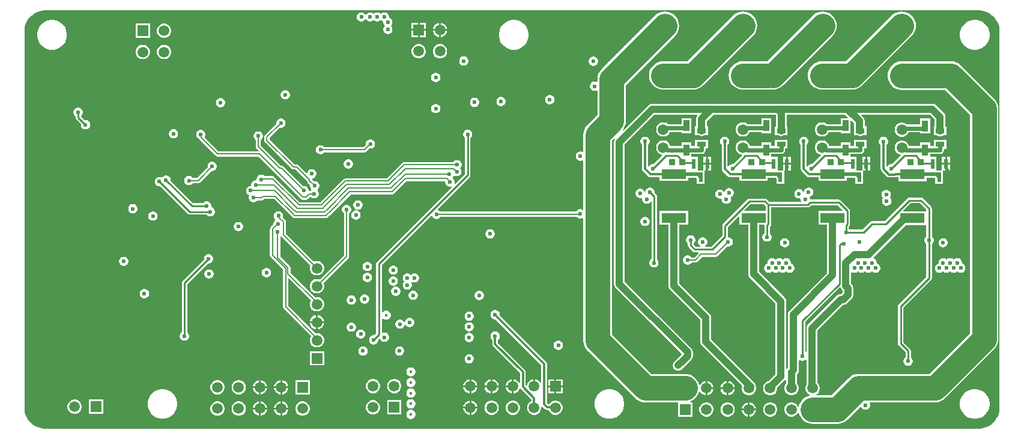
<source format=gbl>
G04*
G04 #@! TF.GenerationSoftware,Altium Limited,Altium Designer,22.0.2 (36)*
G04*
G04 Layer_Physical_Order=4*
G04 Layer_Color=16711680*
%FSLAX25Y25*%
%MOIN*%
G70*
G04*
G04 #@! TF.SameCoordinates,5A643F03-C439-4DF5-9915-15B1C7EAFC9B*
G04*
G04*
G04 #@! TF.FilePolarity,Positive*
G04*
G01*
G75*
%ADD12C,0.00787*%
%ADD14C,0.02362*%
%ADD16C,0.01000*%
%ADD28R,0.03740X0.03740*%
%ADD62R,0.02362X0.05512*%
%ADD64R,0.03347X0.06299*%
%ADD112C,0.00800*%
%ADD113C,0.01181*%
%ADD115C,0.03937*%
%ADD116C,0.00887*%
%ADD119C,0.05906*%
%ADD120R,0.05906X0.05906*%
%ADD121C,0.07087*%
%ADD122R,0.05906X0.05906*%
%ADD123C,0.02362*%
%ADD124C,0.01575*%
%ADD133R,0.05118X0.02756*%
%ADD134R,0.13780X0.05709*%
%ADD135C,0.01968*%
%ADD136C,0.13780*%
G36*
X533798Y234012D02*
X535288Y233613D01*
X536714Y233022D01*
X538051Y232250D01*
X539275Y231311D01*
X540366Y230220D01*
X541305Y228995D01*
X542077Y227659D01*
X542668Y226233D01*
X543067Y224743D01*
X543268Y223213D01*
Y222441D01*
X543268Y222441D01*
X543268Y13780D01*
X543268Y13780D01*
Y13008D01*
X543067Y11478D01*
X542668Y9987D01*
X542077Y8562D01*
X541305Y7225D01*
X540366Y6001D01*
X539275Y4910D01*
X538051Y3970D01*
X536714Y3198D01*
X535288Y2608D01*
X533798Y2208D01*
X532268Y2007D01*
X531496D01*
X13780Y2007D01*
X13780Y2007D01*
X13008D01*
X11478Y2209D01*
X9987Y2608D01*
X8562Y3199D01*
X7225Y3970D01*
X6001Y4910D01*
X4910Y6001D01*
X3970Y7225D01*
X3198Y8562D01*
X2608Y9987D01*
X2208Y11478D01*
X2007Y13008D01*
Y13780D01*
X2007Y222441D01*
X2007Y222441D01*
Y223213D01*
X2208Y224743D01*
X2608Y226233D01*
X3198Y227659D01*
X3970Y228995D01*
X4910Y230220D01*
X6001Y231311D01*
X7225Y232250D01*
X8562Y233022D01*
X9987Y233612D01*
X11478Y234012D01*
X13008Y234213D01*
X13779D01*
X13780Y234213D01*
X531496Y234213D01*
X532268D01*
X533798Y234012D01*
D02*
G37*
%LPC*%
G36*
X202109Y232992D02*
X201435D01*
X200784Y232818D01*
X200200Y232481D01*
X199803Y232084D01*
X199406Y232481D01*
X198822Y232818D01*
X198172Y232992D01*
X197498D01*
X196847Y232818D01*
X196263Y232481D01*
X195866Y232084D01*
X195469Y232481D01*
X194885Y232818D01*
X194235Y232992D01*
X193561D01*
X192910Y232818D01*
X192326Y232481D01*
X191850Y232004D01*
X191726Y231789D01*
X191148D01*
X191024Y232004D01*
X190548Y232481D01*
X189964Y232818D01*
X189313Y232992D01*
X188639D01*
X187989Y232818D01*
X187405Y232481D01*
X186929Y232004D01*
X186592Y231421D01*
X186417Y230770D01*
Y230096D01*
X186592Y229445D01*
X186929Y228862D01*
X187405Y228385D01*
X187989Y228048D01*
X188639Y227874D01*
X189313D01*
X189964Y228048D01*
X190548Y228385D01*
X191024Y228862D01*
X191148Y229077D01*
X191726D01*
X191850Y228862D01*
X192326Y228385D01*
X192910Y228048D01*
X193561Y227874D01*
X194235D01*
X194885Y228048D01*
X195469Y228385D01*
X195866Y228783D01*
X196263Y228385D01*
X196847Y228048D01*
X197498Y227874D01*
X198172D01*
X198822Y228048D01*
X199406Y228385D01*
X199803Y228783D01*
X200200Y228385D01*
X200784Y228048D01*
X201212Y227934D01*
X201181Y227817D01*
Y227143D01*
X201356Y226493D01*
X201692Y225909D01*
X202090Y225512D01*
X201692Y225115D01*
X201356Y224531D01*
X201181Y223880D01*
Y223206D01*
X201356Y222555D01*
X201692Y221972D01*
X202169Y221496D01*
X202752Y221159D01*
X203403Y220984D01*
X204077D01*
X204728Y221159D01*
X205311Y221496D01*
X205788Y221972D01*
X206125Y222555D01*
X206299Y223206D01*
Y223880D01*
X206125Y224531D01*
X205788Y225115D01*
X205391Y225512D01*
X205788Y225909D01*
X206125Y226493D01*
X206299Y227143D01*
Y227817D01*
X206125Y228468D01*
X205788Y229052D01*
X205311Y229528D01*
X204728Y229865D01*
X204299Y229980D01*
X204331Y230096D01*
Y230770D01*
X204156Y231421D01*
X203819Y232004D01*
X203343Y232481D01*
X202759Y232818D01*
X202109Y232992D01*
D02*
G37*
G36*
X224819Y227181D02*
X221366D01*
Y223728D01*
X224819D01*
Y227181D01*
D02*
G37*
G36*
X220366D02*
X216913D01*
Y223728D01*
X220366D01*
Y227181D01*
D02*
G37*
G36*
X233198D02*
X233177D01*
Y223728D01*
X236630D01*
Y223749D01*
X236361Y224754D01*
X235840Y225655D01*
X235104Y226391D01*
X234203Y226912D01*
X233198Y227181D01*
D02*
G37*
G36*
X232177D02*
X232157D01*
X231152Y226912D01*
X230250Y226391D01*
X229514Y225655D01*
X228994Y224754D01*
X228724Y223749D01*
Y223728D01*
X232177D01*
Y227181D01*
D02*
G37*
G36*
X236630Y222728D02*
X233177D01*
Y219276D01*
X233198D01*
X234203Y219545D01*
X235104Y220065D01*
X235840Y220801D01*
X236361Y221703D01*
X236630Y222708D01*
Y222728D01*
D02*
G37*
G36*
X232177D02*
X228724D01*
Y222708D01*
X228994Y221703D01*
X229514Y220801D01*
X230250Y220065D01*
X231152Y219545D01*
X232157Y219276D01*
X232177D01*
Y222728D01*
D02*
G37*
G36*
X224819Y222728D02*
X221366D01*
Y219276D01*
X224819D01*
Y222728D01*
D02*
G37*
G36*
X220366D02*
X216913D01*
Y219276D01*
X220366D01*
Y222728D01*
D02*
G37*
G36*
X80048Y226787D02*
X79007D01*
X78002Y226518D01*
X77100Y225998D01*
X76365Y225262D01*
X75844Y224360D01*
X75575Y223355D01*
Y222314D01*
X75844Y221309D01*
X76365Y220408D01*
X77100Y219672D01*
X78002Y219151D01*
X79007Y218882D01*
X80048D01*
X81053Y219151D01*
X81955Y219672D01*
X82691Y220408D01*
X83211Y221309D01*
X83480Y222314D01*
Y223355D01*
X83211Y224360D01*
X82691Y225262D01*
X81955Y225998D01*
X81053Y226518D01*
X80048Y226787D01*
D02*
G37*
G36*
X71669D02*
X63764D01*
Y218882D01*
X71669D01*
Y226787D01*
D02*
G37*
G36*
X530342Y228740D02*
X528713D01*
X527116Y228422D01*
X525611Y227799D01*
X524257Y226894D01*
X523106Y225743D01*
X522201Y224389D01*
X521578Y222884D01*
X521260Y221287D01*
Y219658D01*
X521578Y218061D01*
X522201Y216556D01*
X523106Y215202D01*
X524257Y214051D01*
X525611Y213146D01*
X527116Y212523D01*
X528713Y212205D01*
X530342D01*
X531939Y212523D01*
X533444Y213146D01*
X534798Y214051D01*
X535950Y215202D01*
X536854Y216556D01*
X537477Y218061D01*
X537795Y219658D01*
Y221287D01*
X537477Y222884D01*
X536854Y224389D01*
X535950Y225743D01*
X534798Y226894D01*
X533444Y227799D01*
X531939Y228422D01*
X530342Y228740D01*
D02*
G37*
G36*
X274436D02*
X272808D01*
X271210Y228422D01*
X269706Y227799D01*
X268352Y226894D01*
X267200Y225743D01*
X266295Y224389D01*
X265672Y222884D01*
X265354Y221287D01*
Y219658D01*
X265672Y218061D01*
X266295Y216556D01*
X267200Y215202D01*
X268352Y214051D01*
X269706Y213146D01*
X271210Y212523D01*
X272808Y212205D01*
X274436D01*
X276034Y212523D01*
X277538Y213146D01*
X278892Y214051D01*
X280044Y215202D01*
X280949Y216556D01*
X281572Y218061D01*
X281890Y219658D01*
Y221287D01*
X281572Y222884D01*
X280949Y224389D01*
X280044Y225743D01*
X278892Y226894D01*
X277538Y227799D01*
X276034Y228422D01*
X274436Y228740D01*
D02*
G37*
G36*
X18139D02*
X16511D01*
X14913Y228422D01*
X13409Y227799D01*
X12055Y226894D01*
X10903Y225743D01*
X9998Y224389D01*
X9375Y222884D01*
X9057Y221287D01*
Y219658D01*
X9375Y218061D01*
X9998Y216556D01*
X10903Y215202D01*
X12055Y214051D01*
X13409Y213146D01*
X14913Y212523D01*
X16511Y212205D01*
X18139D01*
X19737Y212523D01*
X21241Y213146D01*
X22595Y214051D01*
X23747Y215202D01*
X24652Y216556D01*
X25275Y218061D01*
X25593Y219658D01*
Y221287D01*
X25275Y222884D01*
X24652Y224389D01*
X23747Y225743D01*
X22595Y226894D01*
X21241Y227799D01*
X19737Y228422D01*
X18139Y228740D01*
D02*
G37*
G36*
X233198Y215370D02*
X232157D01*
X231152Y215101D01*
X230250Y214580D01*
X229514Y213844D01*
X228994Y212943D01*
X228724Y211938D01*
Y210897D01*
X228994Y209892D01*
X229514Y208990D01*
X230250Y208254D01*
X231152Y207734D01*
X232157Y207465D01*
X233198D01*
X234203Y207734D01*
X235104Y208254D01*
X235840Y208990D01*
X236361Y209892D01*
X236630Y210897D01*
Y211938D01*
X236361Y212943D01*
X235840Y213844D01*
X235104Y214580D01*
X234203Y215101D01*
X233198Y215370D01*
D02*
G37*
G36*
X221387D02*
X220346D01*
X219340Y215101D01*
X218439Y214580D01*
X217703Y213844D01*
X217183Y212943D01*
X216913Y211938D01*
Y210897D01*
X217183Y209892D01*
X217703Y208990D01*
X218439Y208254D01*
X219340Y207734D01*
X220346Y207465D01*
X221387D01*
X222392Y207734D01*
X223293Y208254D01*
X224029Y208990D01*
X224550Y209892D01*
X224819Y210897D01*
Y211938D01*
X224550Y212943D01*
X224029Y213844D01*
X223293Y214580D01*
X222392Y215101D01*
X221387Y215370D01*
D02*
G37*
G36*
X80048Y214976D02*
X79007D01*
X78002Y214707D01*
X77100Y214187D01*
X76365Y213451D01*
X75844Y212549D01*
X75575Y211544D01*
Y210503D01*
X75844Y209498D01*
X76365Y208597D01*
X77100Y207861D01*
X78002Y207340D01*
X79007Y207071D01*
X80048D01*
X81053Y207340D01*
X81955Y207861D01*
X82691Y208597D01*
X83211Y209498D01*
X83480Y210503D01*
Y211544D01*
X83211Y212549D01*
X82691Y213451D01*
X81955Y214187D01*
X81053Y214707D01*
X80048Y214976D01*
D02*
G37*
G36*
X68237D02*
X67196D01*
X66191Y214707D01*
X65289Y214187D01*
X64553Y213451D01*
X64033Y212549D01*
X63764Y211544D01*
Y210503D01*
X64033Y209498D01*
X64553Y208597D01*
X65289Y207861D01*
X66191Y207340D01*
X67196Y207071D01*
X68237D01*
X69242Y207340D01*
X70144Y207861D01*
X70880Y208597D01*
X71400Y209498D01*
X71669Y210503D01*
Y211544D01*
X71400Y212549D01*
X70880Y213451D01*
X70144Y214187D01*
X69242Y214707D01*
X68237Y214976D01*
D02*
G37*
G36*
X246203Y208563D02*
X245529D01*
X244878Y208389D01*
X244295Y208052D01*
X243818Y207575D01*
X243481Y206992D01*
X243307Y206341D01*
Y205667D01*
X243481Y205016D01*
X243818Y204433D01*
X244295Y203956D01*
X244878Y203619D01*
X245529Y203445D01*
X246203D01*
X246854Y203619D01*
X247437Y203956D01*
X247914Y204433D01*
X248251Y205016D01*
X248425Y205667D01*
Y206341D01*
X248251Y206992D01*
X247914Y207575D01*
X247437Y208052D01*
X246854Y208389D01*
X246203Y208563D01*
D02*
G37*
G36*
X318152Y208465D02*
X317478D01*
X316827Y208290D01*
X316244Y207953D01*
X315767Y207477D01*
X315430Y206893D01*
X315256Y206242D01*
Y205569D01*
X315430Y204918D01*
X315767Y204334D01*
X316244Y203858D01*
X316827Y203521D01*
X317478Y203346D01*
X318152D01*
X318803Y203521D01*
X319386Y203858D01*
X319863Y204334D01*
X320199Y204918D01*
X320374Y205569D01*
Y206242D01*
X320199Y206893D01*
X319863Y207477D01*
X319386Y207953D01*
X318803Y208290D01*
X318152Y208465D01*
D02*
G37*
G36*
X357480Y233400D02*
X355934Y233248D01*
X354446Y232797D01*
X353076Y232064D01*
X351874Y231078D01*
X322347Y201551D01*
X321361Y200349D01*
X320628Y198979D01*
X320177Y197492D01*
X320025Y195945D01*
Y194604D01*
X319592Y194354D01*
X319492Y194412D01*
X318841Y194587D01*
X318167D01*
X317516Y194412D01*
X316933Y194075D01*
X316456Y193599D01*
X316119Y193015D01*
X315945Y192365D01*
Y191691D01*
X316119Y191040D01*
X316456Y190456D01*
X316933Y189980D01*
X317516Y189643D01*
X318167Y189469D01*
X318841D01*
X319492Y189643D01*
X319592Y189701D01*
X320025Y189451D01*
Y176043D01*
X314571Y170590D01*
X313585Y169388D01*
X312853Y168018D01*
X312402Y166531D01*
X312249Y164984D01*
Y155747D01*
X311749Y155458D01*
X311617Y155534D01*
X310966Y155709D01*
X310293D01*
X309642Y155534D01*
X309058Y155197D01*
X308582Y154721D01*
X308245Y154137D01*
X308071Y153487D01*
Y152813D01*
X308245Y152162D01*
X308582Y151578D01*
X309058Y151102D01*
X309642Y150765D01*
X310293Y150591D01*
X310966D01*
X311617Y150765D01*
X311749Y150841D01*
X312249Y150552D01*
Y123645D01*
X311749Y123356D01*
X311421Y123546D01*
X310770Y123721D01*
X310096D01*
X309445Y123546D01*
X308862Y123209D01*
X308385Y122733D01*
X308217Y122441D01*
X232753D01*
X232280Y122914D01*
X231696Y123251D01*
X231491Y123306D01*
X231341Y123864D01*
X249113Y141635D01*
X249445Y142131D01*
X249561Y142717D01*
Y163282D01*
X249603Y163307D01*
X250079Y163783D01*
X250416Y164367D01*
X250590Y165017D01*
Y165691D01*
X250416Y166342D01*
X250079Y166926D01*
X249603Y167402D01*
X249019Y167739D01*
X248368Y167913D01*
X247695D01*
X247044Y167739D01*
X246460Y167402D01*
X245984Y166926D01*
X245647Y166342D01*
X245472Y165691D01*
Y165017D01*
X245647Y164367D01*
X245984Y163783D01*
X246460Y163307D01*
X246502Y163282D01*
Y143350D01*
X241109Y137957D01*
X240661Y138216D01*
X240748Y138541D01*
Y139215D01*
X240574Y139866D01*
X240237Y140449D01*
X239778Y140908D01*
X239760Y140928D01*
X239728Y141522D01*
X239941Y141736D01*
X240278Y142319D01*
X240805Y142353D01*
X240987Y142248D01*
X241638Y142073D01*
X242312D01*
X242963Y142248D01*
X243546Y142585D01*
X244023Y143061D01*
X244360Y143645D01*
X244534Y144296D01*
Y144969D01*
X244360Y145620D01*
X244023Y146204D01*
X243773Y146453D01*
X244174Y146854D01*
X244511Y147437D01*
X244685Y148088D01*
Y148762D01*
X244511Y149413D01*
X244174Y149996D01*
X243697Y150473D01*
X243114Y150810D01*
X242463Y150984D01*
X241789D01*
X241138Y150810D01*
X240555Y150473D01*
X240078Y149996D01*
X239995Y149853D01*
X212855D01*
X212855Y149853D01*
X212309Y149744D01*
X211845Y149434D01*
X211845Y149434D01*
X203208Y140797D01*
X180079D01*
X180079Y140797D01*
X179533Y140689D01*
X179070Y140379D01*
X179070Y140379D01*
X166269Y127579D01*
X154952D01*
X140872Y141659D01*
X140408Y141968D01*
X139862Y142077D01*
X139862Y142077D01*
X135361D01*
X135036Y142402D01*
X134452Y142739D01*
X133801Y142913D01*
X133128D01*
X132477Y142739D01*
X131893Y142402D01*
X131417Y141926D01*
X131080Y141342D01*
X130905Y140691D01*
Y140336D01*
X130866Y140005D01*
X130429Y139862D01*
X130175D01*
X129524Y139688D01*
X128940Y139351D01*
X128464Y138874D01*
X128127Y138291D01*
X127953Y137640D01*
Y136966D01*
X127530Y136614D01*
X127292D01*
X126641Y136440D01*
X126057Y136103D01*
X125581Y135626D01*
X125244Y135043D01*
X125070Y134392D01*
Y133718D01*
X125244Y133067D01*
X125581Y132484D01*
X126057Y132007D01*
X126641Y131670D01*
X126822Y131233D01*
X126749Y131106D01*
X126575Y130455D01*
Y129781D01*
X126749Y129130D01*
X127086Y128547D01*
X127563Y128070D01*
X128146Y127734D01*
X128797Y127559D01*
X129471D01*
X130122Y127734D01*
X130705Y128070D01*
X131182Y128547D01*
X131265Y128691D01*
X133804D01*
X133804Y128691D01*
X134350Y128799D01*
X134813Y129109D01*
X135084Y129380D01*
X140708D01*
X149729Y120359D01*
X149729Y120359D01*
X149729Y120359D01*
X150309Y119779D01*
X150309Y119779D01*
X150309Y119779D01*
X150889Y119199D01*
X150889Y119199D01*
X151352Y118889D01*
X151899Y118781D01*
X151899Y118781D01*
X169322D01*
X169322Y118781D01*
X169869Y118889D01*
X170332Y119199D01*
X170912Y119779D01*
X170912Y119779D01*
X171492Y120359D01*
X171492Y120359D01*
X172072Y120939D01*
X172072Y120940D01*
X183132Y131999D01*
X206261D01*
X206261Y131999D01*
X206808Y132108D01*
X207271Y132417D01*
X214174Y139321D01*
X235549D01*
X235630Y139215D01*
Y138541D01*
X235804Y137890D01*
X236141Y137307D01*
X236618Y136830D01*
X237201Y136493D01*
X237852Y136319D01*
X238526D01*
X238851Y136406D01*
X239110Y135958D01*
X197738Y94585D01*
X197406Y94089D01*
X197290Y93504D01*
Y54767D01*
X196250Y53728D01*
X196203Y53740D01*
X195529D01*
X194878Y53566D01*
X194295Y53229D01*
X193818Y52752D01*
X193482Y52169D01*
X193307Y51518D01*
Y50844D01*
X193482Y50193D01*
X193818Y49610D01*
X194295Y49133D01*
X194878Y48796D01*
X195529Y48622D01*
X196203D01*
X196854Y48796D01*
X197437Y49133D01*
X197914Y49610D01*
X198251Y50193D01*
X198425Y50844D01*
Y51518D01*
X198413Y51565D01*
X198795Y51947D01*
X199353Y51798D01*
X199387Y51670D01*
X199724Y51086D01*
X200200Y50610D01*
X200784Y50273D01*
X201435Y50098D01*
X202109D01*
X202759Y50273D01*
X203343Y50610D01*
X203819Y51086D01*
X204156Y51670D01*
X204331Y52321D01*
Y52994D01*
X204156Y53645D01*
X203819Y54229D01*
X203343Y54705D01*
X202759Y55042D01*
X202109Y55216D01*
X201435D01*
X200848Y55059D01*
X200468Y55221D01*
X200348Y55291D01*
Y63051D01*
X200848Y63249D01*
X201185Y62913D01*
X201768Y62576D01*
X202419Y62402D01*
X203093D01*
X203744Y62576D01*
X204327Y62913D01*
X204804Y63389D01*
X205141Y63973D01*
X205315Y64624D01*
Y65298D01*
X205141Y65948D01*
X204804Y66532D01*
X204327Y67008D01*
X203744Y67345D01*
X203093Y67520D01*
X202419D01*
X201768Y67345D01*
X201185Y67008D01*
X200848Y66672D01*
X200348Y66870D01*
Y92870D01*
X227711Y120233D01*
X228269Y120084D01*
X228324Y119878D01*
X228661Y119295D01*
X229137Y118818D01*
X229721Y118482D01*
X230372Y118307D01*
X231046D01*
X231696Y118482D01*
X232280Y118818D01*
X232756Y119295D01*
X232925Y119586D01*
X308389D01*
X308862Y119114D01*
X309445Y118777D01*
X310096Y118602D01*
X310770D01*
X311421Y118777D01*
X311749Y118966D01*
X312249Y118678D01*
Y50886D01*
X312402Y49339D01*
X312853Y47852D01*
X313585Y46481D01*
X314571Y45280D01*
X341048Y18804D01*
X342249Y17818D01*
X343620Y17085D01*
X345107Y16634D01*
X346654Y16481D01*
X364748D01*
Y8646D01*
X372654D01*
Y16551D01*
X371697D01*
X371623Y17051D01*
X371735Y17085D01*
X373105Y17818D01*
X374307Y18804D01*
X375293Y20005D01*
X376025Y21376D01*
X376403Y22621D01*
X376944Y22683D01*
X377349Y21982D01*
X378085Y21247D01*
X378986Y20726D01*
X379991Y20457D01*
X380012D01*
Y24409D01*
Y28362D01*
X379991D01*
X378986Y28093D01*
X378085Y27572D01*
X377349Y26836D01*
X376944Y26136D01*
X376403Y26198D01*
X376025Y27443D01*
X375293Y28814D01*
X374307Y30015D01*
X373105Y31001D01*
X371735Y31734D01*
X370247Y32185D01*
X368701Y32337D01*
X349937D01*
X328105Y54170D01*
Y161700D01*
X329503Y163098D01*
X329880Y162768D01*
X329691Y162521D01*
X329391Y161799D01*
X329289Y161024D01*
Y82185D01*
X329391Y81410D01*
X329691Y80688D01*
X330166Y80068D01*
X366878Y43356D01*
X365314Y41792D01*
X365314Y41792D01*
X362754Y39232D01*
X362278Y38612D01*
X361979Y37890D01*
X361877Y37115D01*
X361979Y36340D01*
X362278Y35618D01*
X362754Y34998D01*
X363374Y34522D01*
X364096Y34223D01*
X364871Y34121D01*
X365646Y34223D01*
X366368Y34522D01*
X366988Y34998D01*
X369548Y37558D01*
X372097Y40107D01*
X372573Y40727D01*
X372697Y41026D01*
X372872Y41449D01*
X372974Y42224D01*
Y44488D01*
X372872Y45263D01*
X372573Y45985D01*
X372097Y46605D01*
X335278Y83425D01*
Y159783D01*
X351831Y176337D01*
X375363D01*
X375610Y175837D01*
X375301Y175434D01*
X375002Y174712D01*
X374900Y173937D01*
Y169701D01*
X374295D01*
Y164945D01*
X376077D01*
X376357Y164730D01*
X377079Y164431D01*
X377854Y164329D01*
X378629Y164431D01*
X379351Y164730D01*
X379632Y164945D01*
X381413D01*
Y169701D01*
X380888D01*
Y172697D01*
X384528Y176337D01*
X418829D01*
X419053Y176113D01*
Y169696D01*
X418488D01*
Y164940D01*
X420270D01*
X420550Y164725D01*
X421272Y164426D01*
X422047Y164324D01*
X422822Y164426D01*
X423544Y164725D01*
X423825Y164940D01*
X425606D01*
Y169696D01*
X425041D01*
Y176337D01*
X457618D01*
X459264Y174690D01*
X459073Y174228D01*
X455004D01*
Y170933D01*
X447373D01*
X447112Y171195D01*
X446211Y171715D01*
X445205Y171984D01*
X444165D01*
X443159Y171715D01*
X442258Y171195D01*
X441522Y170458D01*
X441002Y169557D01*
X440732Y168552D01*
Y167511D01*
X441002Y166506D01*
X441522Y165604D01*
X442258Y164868D01*
X443159Y164348D01*
X444165Y164079D01*
X445205D01*
X446211Y164348D01*
X447112Y164868D01*
X447848Y165604D01*
X448357Y166486D01*
X455004D01*
Y165929D01*
X460350D01*
Y172951D01*
X460812Y173142D01*
X462360Y171594D01*
Y167913D01*
X462386Y167719D01*
Y164945D01*
X464168D01*
X464448Y164730D01*
X465170Y164431D01*
X465945Y164329D01*
X466720Y164431D01*
X467442Y164730D01*
X467722Y164945D01*
X469504D01*
Y169701D01*
X468348D01*
Y172835D01*
X468246Y173610D01*
X468071Y174033D01*
X467947Y174332D01*
X467472Y174952D01*
X466549Y175875D01*
X466740Y176337D01*
X504665D01*
X507242Y173760D01*
Y169602D01*
X506677D01*
Y164847D01*
X508459D01*
X508739Y164631D01*
X509461Y164332D01*
X510236Y164230D01*
X511011Y164332D01*
X511733Y164631D01*
X512013Y164847D01*
X513795D01*
Y169602D01*
X513230D01*
Y175000D01*
X513128Y175775D01*
X512829Y176497D01*
X512353Y177117D01*
X508023Y181448D01*
X507403Y181924D01*
X506680Y182223D01*
X505905Y182325D01*
X350590D01*
X349816Y182223D01*
X349393Y182048D01*
X349094Y181924D01*
X348473Y181448D01*
X334327Y167301D01*
X333956Y167637D01*
X334545Y168355D01*
X335277Y169726D01*
X335728Y171213D01*
X335881Y172759D01*
Y192661D01*
X363086Y219866D01*
X364072Y221068D01*
X364805Y222439D01*
X365256Y223926D01*
X365408Y225472D01*
X365256Y227019D01*
X364805Y228506D01*
X364072Y229877D01*
X363086Y231078D01*
X361885Y232064D01*
X360514Y232797D01*
X359027Y233248D01*
X357480Y233400D01*
D02*
G37*
G36*
X230652Y199409D02*
X229978D01*
X229327Y199235D01*
X228744Y198898D01*
X228267Y198422D01*
X227930Y197838D01*
X227756Y197187D01*
Y196513D01*
X227930Y195863D01*
X228267Y195279D01*
X228744Y194803D01*
X229327Y194466D01*
X229978Y194291D01*
X230652D01*
X231303Y194466D01*
X231886Y194803D01*
X232363Y195279D01*
X232700Y195863D01*
X232874Y196513D01*
Y197187D01*
X232700Y197838D01*
X232363Y198422D01*
X231886Y198898D01*
X231303Y199235D01*
X230652Y199409D01*
D02*
G37*
G36*
X488878Y233519D02*
X487331Y233366D01*
X485844Y232915D01*
X484473Y232182D01*
X483272Y231196D01*
X458035Y205959D01*
X444685D01*
X443138Y205807D01*
X441651Y205356D01*
X440280Y204623D01*
X439079Y203637D01*
X438093Y202436D01*
X437361Y201065D01*
X436909Y199578D01*
X436757Y198031D01*
X436909Y196485D01*
X437361Y194998D01*
X438093Y193627D01*
X439079Y192426D01*
X440280Y191440D01*
X441651Y190707D01*
X443138Y190256D01*
X444685Y190104D01*
X458661D01*
X459990Y190234D01*
X461319Y190104D01*
X462866Y190256D01*
X464353Y190707D01*
X465723Y191440D01*
X466925Y192426D01*
X494484Y219985D01*
X495470Y221186D01*
X496202Y222557D01*
X496654Y224044D01*
X496806Y225591D01*
X496654Y227137D01*
X496202Y228625D01*
X495470Y229995D01*
X494484Y231196D01*
X493283Y232182D01*
X491912Y232915D01*
X490425Y233366D01*
X488878Y233519D01*
D02*
G37*
G36*
X400787Y233519D02*
X399241Y233366D01*
X397754Y232915D01*
X396383Y232182D01*
X395181Y231196D01*
X369945Y205959D01*
X356594D01*
X355048Y205807D01*
X353561Y205356D01*
X352190Y204623D01*
X350989Y203637D01*
X350003Y202436D01*
X349270Y201065D01*
X348819Y199578D01*
X348667Y198031D01*
X348819Y196485D01*
X349270Y194998D01*
X350003Y193627D01*
X350989Y192426D01*
X352190Y191440D01*
X353561Y190707D01*
X355048Y190256D01*
X356594Y190103D01*
X373228D01*
X374775Y190256D01*
X376262Y190707D01*
X377633Y191440D01*
X378834Y192426D01*
X406393Y219985D01*
X407379Y221186D01*
X408112Y222557D01*
X408563Y224044D01*
X408715Y225591D01*
X408563Y227137D01*
X408112Y228624D01*
X407379Y229995D01*
X406393Y231196D01*
X405192Y232182D01*
X403821Y232915D01*
X402334Y233366D01*
X400787Y233519D01*
D02*
G37*
G36*
X444980Y233514D02*
X443434Y233362D01*
X441946Y232910D01*
X440576Y232178D01*
X439374Y231192D01*
X414137Y205955D01*
X400787D01*
X399241Y205803D01*
X397754Y205351D01*
X396383Y204619D01*
X395181Y203633D01*
X394196Y202432D01*
X393463Y201061D01*
X393012Y199574D01*
X392860Y198027D01*
X393012Y196480D01*
X393463Y194993D01*
X394196Y193622D01*
X395181Y192421D01*
X396383Y191435D01*
X397754Y190702D01*
X399241Y190251D01*
X400787Y190099D01*
X414764D01*
X416092Y190230D01*
X417421Y190099D01*
X418968Y190251D01*
X420455Y190702D01*
X421826Y191435D01*
X423027Y192421D01*
X450586Y219980D01*
X451572Y221182D01*
X452305Y222552D01*
X452756Y224039D01*
X452908Y225586D01*
X452756Y227133D01*
X452305Y228620D01*
X451572Y229991D01*
X450586Y231192D01*
X449385Y232178D01*
X448014Y232910D01*
X446527Y233362D01*
X444980Y233514D01*
D02*
G37*
G36*
X147089Y189862D02*
X146415D01*
X145764Y189688D01*
X145181Y189351D01*
X144704Y188874D01*
X144367Y188291D01*
X144193Y187640D01*
Y186966D01*
X144367Y186315D01*
X144704Y185732D01*
X145181Y185255D01*
X145764Y184918D01*
X146415Y184744D01*
X147089D01*
X147740Y184918D01*
X148323Y185255D01*
X148800Y185732D01*
X149137Y186315D01*
X149311Y186966D01*
Y187640D01*
X149137Y188291D01*
X148800Y188874D01*
X148323Y189351D01*
X147740Y189688D01*
X147089Y189862D01*
D02*
G37*
G36*
X293939Y187116D02*
X293265D01*
X292614Y186942D01*
X292030Y186605D01*
X291554Y186128D01*
X291217Y185545D01*
X291043Y184894D01*
Y184220D01*
X291217Y183569D01*
X291554Y182985D01*
X292030Y182509D01*
X292614Y182172D01*
X293265Y181998D01*
X293939D01*
X294589Y182172D01*
X295173Y182509D01*
X295649Y182985D01*
X295986Y183569D01*
X296161Y184220D01*
Y184894D01*
X295986Y185545D01*
X295649Y186128D01*
X295173Y186605D01*
X294589Y186942D01*
X293939Y187116D01*
D02*
G37*
G36*
X266872Y186122D02*
X266198D01*
X265547Y185948D01*
X264964Y185611D01*
X264488Y185134D01*
X264151Y184551D01*
X263976Y183900D01*
Y183226D01*
X264151Y182575D01*
X264488Y181992D01*
X264964Y181515D01*
X265547Y181178D01*
X266198Y181004D01*
X266872D01*
X267523Y181178D01*
X268107Y181515D01*
X268583Y181992D01*
X268920Y182575D01*
X269094Y183226D01*
Y183900D01*
X268920Y184551D01*
X268583Y185134D01*
X268107Y185611D01*
X267523Y185948D01*
X266872Y186122D01*
D02*
G37*
G36*
X252207Y185630D02*
X251533D01*
X250882Y185456D01*
X250299Y185119D01*
X249822Y184642D01*
X249485Y184059D01*
X249311Y183408D01*
Y182734D01*
X249485Y182083D01*
X249822Y181500D01*
X250299Y181023D01*
X250882Y180686D01*
X251533Y180512D01*
X252207D01*
X252858Y180686D01*
X253441Y181023D01*
X253918Y181500D01*
X254255Y182083D01*
X254429Y182734D01*
Y183408D01*
X254255Y184059D01*
X253918Y184642D01*
X253441Y185119D01*
X252858Y185456D01*
X252207Y185630D01*
D02*
G37*
G36*
X111231Y185468D02*
X110557D01*
X109906Y185294D01*
X109323Y184957D01*
X108846Y184481D01*
X108509Y183897D01*
X108335Y183246D01*
Y182573D01*
X108509Y181922D01*
X108846Y181338D01*
X109323Y180862D01*
X109906Y180525D01*
X110557Y180350D01*
X111231D01*
X111882Y180525D01*
X112465Y180862D01*
X112942Y181338D01*
X113279Y181922D01*
X113453Y182573D01*
Y183246D01*
X113279Y183897D01*
X112942Y184481D01*
X112465Y184957D01*
X111882Y185294D01*
X111231Y185468D01*
D02*
G37*
G36*
X230652Y182185D02*
X229978D01*
X229327Y182011D01*
X228744Y181674D01*
X228267Y181197D01*
X227930Y180614D01*
X227756Y179963D01*
Y179289D01*
X227930Y178638D01*
X228267Y178055D01*
X228744Y177578D01*
X229327Y177241D01*
X229978Y177067D01*
X230652D01*
X231303Y177241D01*
X231886Y177578D01*
X232363Y178055D01*
X232700Y178638D01*
X232874Y179289D01*
Y179963D01*
X232700Y180614D01*
X232363Y181197D01*
X231886Y181674D01*
X231303Y182011D01*
X230652Y182185D01*
D02*
G37*
G36*
X372260Y174228D02*
X366913D01*
Y170933D01*
X359283D01*
X359021Y171195D01*
X358120Y171715D01*
X357115Y171984D01*
X356074D01*
X355069Y171715D01*
X354167Y171195D01*
X353432Y170458D01*
X352911Y169557D01*
X352642Y168552D01*
Y167511D01*
X352911Y166506D01*
X353432Y165604D01*
X354167Y164868D01*
X355069Y164348D01*
X356074Y164079D01*
X357115D01*
X358120Y164348D01*
X359021Y164868D01*
X359757Y165604D01*
X360266Y166486D01*
X366913D01*
Y165929D01*
X372260D01*
Y174228D01*
D02*
G37*
G36*
X416453Y174224D02*
X411106D01*
Y170929D01*
X403476D01*
X403215Y171190D01*
X402313Y171710D01*
X401308Y171980D01*
X400267D01*
X399262Y171710D01*
X398360Y171190D01*
X397624Y170454D01*
X397104Y169553D01*
X396835Y168547D01*
Y167507D01*
X397104Y166501D01*
X397624Y165600D01*
X398360Y164864D01*
X399262Y164344D01*
X400267Y164074D01*
X401308D01*
X402313Y164344D01*
X403215Y164864D01*
X403950Y165600D01*
X404459Y166481D01*
X411106D01*
Y165925D01*
X416453D01*
Y174224D01*
D02*
G37*
G36*
X504642Y174130D02*
X499295D01*
Y170835D01*
X491665D01*
X491403Y171096D01*
X490502Y171616D01*
X489497Y171886D01*
X488456D01*
X487451Y171616D01*
X486549Y171096D01*
X485813Y170360D01*
X485293Y169459D01*
X485024Y168454D01*
Y167413D01*
X485293Y166407D01*
X485813Y165506D01*
X486549Y164770D01*
X487451Y164250D01*
X488456Y163980D01*
X489497D01*
X490502Y164250D01*
X491403Y164770D01*
X492139Y165506D01*
X492648Y166387D01*
X499295D01*
Y165831D01*
X504642D01*
Y174130D01*
D02*
G37*
G36*
X144727Y174114D02*
X144053D01*
X143402Y173940D01*
X142818Y173603D01*
X142342Y173126D01*
X142005Y172543D01*
X141831Y171892D01*
Y171218D01*
X141876Y171051D01*
X135609Y164784D01*
X135301Y164323D01*
X135193Y163779D01*
Y162008D01*
X135301Y161464D01*
X135609Y161003D01*
X150373Y146239D01*
X150834Y145931D01*
X151378Y145823D01*
X152505D01*
X158896Y139432D01*
X158991Y138956D01*
X159299Y138495D01*
X160576Y137217D01*
X160531Y137049D01*
Y136376D01*
X160706Y135725D01*
X161043Y135141D01*
X161253Y134931D01*
X161238Y134349D01*
X161206Y134314D01*
X160761Y133869D01*
X160722Y133801D01*
X160212Y133743D01*
X159744Y134128D01*
Y134392D01*
X159570Y135043D01*
X159233Y135626D01*
X158756Y136103D01*
X158173Y136440D01*
X157522Y136614D01*
X156848D01*
X156681Y136569D01*
X145785Y147465D01*
X145324Y147773D01*
X144780Y147881D01*
X144483D01*
X133212Y159152D01*
Y162236D01*
X133363Y162322D01*
X133839Y162799D01*
X134176Y163382D01*
X134350Y164033D01*
Y164707D01*
X134176Y165358D01*
X133839Y165941D01*
X133363Y166418D01*
X132779Y166755D01*
X132128Y166929D01*
X131454D01*
X130804Y166755D01*
X130220Y166418D01*
X129744Y165941D01*
X129407Y165358D01*
X129232Y164707D01*
Y164033D01*
X129407Y163382D01*
X129744Y162799D01*
X130220Y162322D01*
X130370Y162236D01*
Y158563D01*
X130479Y158019D01*
X130787Y157558D01*
X131995Y156350D01*
X131788Y155850D01*
X109841D01*
X102006Y163685D01*
X102286Y164170D01*
X102461Y164821D01*
Y165494D01*
X102286Y166145D01*
X101949Y166729D01*
X101473Y167205D01*
X100889Y167542D01*
X100239Y167717D01*
X99565D01*
X98914Y167542D01*
X98330Y167205D01*
X97854Y166729D01*
X97517Y166145D01*
X97342Y165494D01*
Y164821D01*
X97517Y164170D01*
X97854Y163586D01*
X98330Y163110D01*
X98914Y162773D01*
X98973Y162757D01*
X99091Y162581D01*
X108247Y153424D01*
X108708Y153116D01*
X109252Y153008D01*
X131793D01*
X155393Y129409D01*
X155854Y129101D01*
X156398Y128992D01*
X156398Y128992D01*
X158366D01*
X158910Y129101D01*
X159371Y129409D01*
X160697Y130735D01*
X160761Y130726D01*
X161238Y130250D01*
X161821Y129913D01*
X162472Y129738D01*
X163146D01*
X163797Y129913D01*
X164381Y130250D01*
X164857Y130726D01*
X165194Y131310D01*
X165368Y131960D01*
Y132634D01*
X165194Y133285D01*
X164857Y133869D01*
X164647Y134079D01*
X164662Y134661D01*
X164693Y134696D01*
X165138Y135141D01*
X165475Y135725D01*
X165650Y136376D01*
Y137049D01*
X165475Y137700D01*
X165138Y138284D01*
X164662Y138760D01*
X164078Y139097D01*
X163427Y139272D01*
X162754D01*
X162586Y139227D01*
X161711Y140102D01*
X161662Y140347D01*
X161808Y140729D01*
X162010Y140889D01*
X162504Y141021D01*
X163087Y141358D01*
X163564Y141834D01*
X163900Y142418D01*
X164075Y143069D01*
Y143742D01*
X163900Y144393D01*
X163564Y144977D01*
X163087Y145453D01*
X162504Y145790D01*
X161853Y145965D01*
X161179D01*
X160528Y145790D01*
X159944Y145453D01*
X159468Y144977D01*
X159131Y144393D01*
X159032Y144022D01*
X158474Y143873D01*
X154098Y148249D01*
X153637Y148557D01*
X153093Y148665D01*
X151967D01*
X138035Y162596D01*
Y163191D01*
X143885Y169041D01*
X144053Y168996D01*
X144727D01*
X145378Y169170D01*
X145961Y169507D01*
X146438Y169984D01*
X146774Y170567D01*
X146949Y171218D01*
Y171892D01*
X146774Y172543D01*
X146438Y173126D01*
X145961Y173603D01*
X145378Y173940D01*
X144727Y174114D01*
D02*
G37*
G36*
X32128Y180118D02*
X31454D01*
X30803Y179944D01*
X30220Y179607D01*
X29743Y179130D01*
X29406Y178547D01*
X29232Y177896D01*
Y177222D01*
X29406Y176571D01*
X29743Y175988D01*
X30220Y175511D01*
X30474Y175365D01*
Y174649D01*
X30586Y174086D01*
X30905Y173608D01*
X33396Y171117D01*
X33366Y171006D01*
Y170332D01*
X33540Y169682D01*
X33877Y169098D01*
X34354Y168622D01*
X34937Y168285D01*
X35588Y168110D01*
X36262D01*
X36913Y168285D01*
X37496Y168622D01*
X37973Y169098D01*
X38310Y169682D01*
X38484Y170332D01*
Y171006D01*
X38310Y171657D01*
X37973Y172241D01*
X37496Y172717D01*
X36913Y173054D01*
X36262Y173228D01*
X35588D01*
X35477Y173198D01*
X33417Y175258D01*
Y175566D01*
X33839Y175988D01*
X34176Y176571D01*
X34350Y177222D01*
Y177896D01*
X34176Y178547D01*
X33839Y179130D01*
X33362Y179607D01*
X32779Y179944D01*
X32128Y180118D01*
D02*
G37*
G36*
X85081Y168209D02*
X84407D01*
X83756Y168034D01*
X83173Y167697D01*
X82696Y167221D01*
X82359Y166637D01*
X82185Y165987D01*
Y165313D01*
X82359Y164662D01*
X82696Y164078D01*
X83173Y163602D01*
X83756Y163265D01*
X84407Y163091D01*
X85081D01*
X85732Y163265D01*
X86315Y163602D01*
X86792Y164078D01*
X87129Y164662D01*
X87303Y165313D01*
Y165987D01*
X87129Y166637D01*
X86792Y167221D01*
X86315Y167697D01*
X85732Y168034D01*
X85081Y168209D01*
D02*
G37*
G36*
X194333Y162500D02*
X193659D01*
X193008Y162326D01*
X192425Y161989D01*
X191948Y161512D01*
X191611Y160929D01*
X191437Y160278D01*
Y159604D01*
X191480Y159444D01*
X190255Y158219D01*
X168469D01*
X168386Y158363D01*
X167910Y158839D01*
X167326Y159176D01*
X166675Y159350D01*
X166002D01*
X165351Y159176D01*
X164767Y158839D01*
X164291Y158363D01*
X163954Y157779D01*
X163779Y157128D01*
Y156454D01*
X163954Y155804D01*
X164291Y155220D01*
X164767Y154744D01*
X165351Y154407D01*
X166002Y154232D01*
X166675D01*
X167326Y154407D01*
X167910Y154744D01*
X168386Y155220D01*
X168469Y155364D01*
X190846D01*
X190847Y155364D01*
X191393Y155473D01*
X191856Y155782D01*
X193499Y157425D01*
X193659Y157382D01*
X194333D01*
X194984Y157556D01*
X195567Y157893D01*
X196044Y158370D01*
X196381Y158953D01*
X196555Y159604D01*
Y160278D01*
X196381Y160929D01*
X196044Y161512D01*
X195567Y161989D01*
X194984Y162326D01*
X194333Y162500D01*
D02*
G37*
G36*
X427476Y152772D02*
X425795D01*
Y149516D01*
X427476D01*
Y152772D01*
D02*
G37*
G36*
X515665D02*
X513984D01*
Y149516D01*
X515665D01*
Y152772D01*
D02*
G37*
G36*
X383283D02*
X381602D01*
Y149516D01*
X383283D01*
Y152772D01*
D02*
G37*
G36*
X471374D02*
X469693D01*
Y149516D01*
X471374D01*
Y152772D01*
D02*
G37*
G36*
X380602D02*
X378921D01*
Y149516D01*
X380602D01*
Y152772D01*
D02*
G37*
G36*
X468693D02*
X467012D01*
Y149516D01*
X468693D01*
Y152772D01*
D02*
G37*
G36*
X512984D02*
X511303D01*
Y149516D01*
X512984D01*
Y152772D01*
D02*
G37*
G36*
X424795D02*
X423114D01*
Y149516D01*
X424795D01*
Y152772D01*
D02*
G37*
G36*
X182098Y151409D02*
X181424D01*
X180773Y151234D01*
X180190Y150897D01*
X179713Y150421D01*
X179376Y149837D01*
X179202Y149186D01*
Y148512D01*
X179376Y147862D01*
X179713Y147278D01*
X180190Y146802D01*
X180773Y146465D01*
X181424Y146290D01*
X182098D01*
X182749Y146465D01*
X183332Y146802D01*
X183809Y147278D01*
X184145Y147862D01*
X184320Y148512D01*
Y149186D01*
X184145Y149837D01*
X183809Y150421D01*
X183332Y150897D01*
X182749Y151234D01*
X182098Y151409D01*
D02*
G37*
G36*
X515665Y148516D02*
X513984D01*
Y145260D01*
X515665D01*
Y148516D01*
D02*
G37*
G36*
X471374D02*
X469693D01*
Y145260D01*
X471374D01*
Y148516D01*
D02*
G37*
G36*
X427476D02*
X425795D01*
Y145260D01*
X427476D01*
Y148516D01*
D02*
G37*
G36*
X383283D02*
X381602D01*
Y145260D01*
X383283D01*
Y148516D01*
D02*
G37*
G36*
X106538Y150098D02*
X105864D01*
X105213Y149924D01*
X104630Y149587D01*
X104153Y149111D01*
X103816Y148527D01*
X103642Y147876D01*
Y147203D01*
X103687Y147035D01*
X97738Y141086D01*
X95442D01*
X95355Y141237D01*
X94878Y141713D01*
X94295Y142050D01*
X93644Y142224D01*
X92970D01*
X92319Y142050D01*
X91736Y141713D01*
X91259Y141237D01*
X90922Y140653D01*
X90748Y140002D01*
Y139328D01*
X90922Y138678D01*
X91259Y138094D01*
X91736Y137618D01*
X92319Y137281D01*
X92970Y137106D01*
X93644D01*
X94295Y137281D01*
X94878Y137618D01*
X95355Y138094D01*
X95442Y138244D01*
X98327D01*
X98871Y138353D01*
X99332Y138661D01*
X105696Y145025D01*
X105864Y144980D01*
X106538D01*
X107189Y145155D01*
X107772Y145492D01*
X108248Y145968D01*
X108585Y146552D01*
X108760Y147203D01*
Y147876D01*
X108585Y148527D01*
X108248Y149111D01*
X107772Y149587D01*
X107189Y149924D01*
X106538Y150098D01*
D02*
G37*
G36*
X80947Y142520D02*
X80273D01*
X79623Y142345D01*
X79039Y142008D01*
X78562Y141532D01*
X78379Y141215D01*
X77956Y141459D01*
X77305Y141634D01*
X76632D01*
X75981Y141459D01*
X75397Y141123D01*
X74921Y140646D01*
X74584Y140063D01*
X74410Y139412D01*
Y138738D01*
X74584Y138087D01*
X74921Y137504D01*
X75397Y137027D01*
X75981Y136690D01*
X76632Y136516D01*
X77305D01*
X77352Y136528D01*
X92619Y121261D01*
X93116Y120930D01*
X93701Y120813D01*
X103046D01*
X103070Y120771D01*
X103547Y120295D01*
X104130Y119958D01*
X104781Y119783D01*
X105455D01*
X106106Y119958D01*
X106689Y120295D01*
X107166Y120771D01*
X107503Y121355D01*
X107677Y122006D01*
Y122679D01*
X107503Y123330D01*
X107166Y123914D01*
X106689Y124390D01*
X106106Y124727D01*
X105604Y124862D01*
X105709Y125254D01*
Y125927D01*
X105534Y126578D01*
X105197Y127162D01*
X104721Y127638D01*
X104137Y127975D01*
X103487Y128150D01*
X102813D01*
X102162Y127975D01*
X101578Y127638D01*
X101102Y127162D01*
X101078Y127120D01*
X95614D01*
X83157Y139577D01*
X83169Y139624D01*
Y140297D01*
X82995Y140948D01*
X82658Y141532D01*
X82182Y142008D01*
X81598Y142345D01*
X80947Y142520D01*
D02*
G37*
G36*
X479176Y163878D02*
X478502D01*
X477851Y163704D01*
X477267Y163367D01*
X476791Y162890D01*
X476454Y162307D01*
X476279Y161656D01*
Y160982D01*
X476454Y160331D01*
X476791Y159748D01*
X477217Y159322D01*
Y146038D01*
X477340Y145417D01*
X477692Y144891D01*
X480718Y141865D01*
X481244Y141514D01*
X481865Y141390D01*
X485125D01*
X485746Y141514D01*
X485856Y141587D01*
X486992D01*
Y139354D01*
X502772D01*
Y141185D01*
X507160D01*
X507186Y141057D01*
X507563Y140492D01*
Y137779D01*
X511925D01*
Y145260D01*
X512984D01*
Y148516D01*
X511303D01*
Y145291D01*
X508185D01*
Y152772D01*
X504642D01*
Y154371D01*
X510236D01*
X511087Y154540D01*
X511809Y155022D01*
X512291Y155744D01*
X512460Y156595D01*
Y157366D01*
X513795D01*
Y162122D01*
X506677D01*
Y158818D01*
X504642D01*
Y160744D01*
X499295D01*
Y158818D01*
X492831D01*
X492660Y159459D01*
X492139Y160360D01*
X491403Y161096D01*
X490502Y161617D01*
X489497Y161886D01*
X488456D01*
X487451Y161617D01*
X486549Y161096D01*
X485813Y160360D01*
X485293Y159459D01*
X485024Y158454D01*
Y157413D01*
X485293Y156407D01*
X485813Y155506D01*
X486549Y154770D01*
X487451Y154250D01*
X488190Y154052D01*
X488345Y153500D01*
X483553Y148708D01*
X483506Y148721D01*
X482832D01*
X482182Y148546D01*
X481598Y148209D01*
X481122Y147733D01*
X480960Y147453D01*
X480460Y147587D01*
Y159322D01*
X480886Y159748D01*
X481223Y160331D01*
X481398Y160982D01*
Y161656D01*
X481223Y162307D01*
X480886Y162890D01*
X480410Y163367D01*
X479826Y163704D01*
X479176Y163878D01*
D02*
G37*
G36*
X434884Y163976D02*
X434210D01*
X433560Y163802D01*
X432976Y163465D01*
X432500Y162989D01*
X432163Y162405D01*
X431988Y161754D01*
Y161080D01*
X432163Y160430D01*
X432500Y159846D01*
X432926Y159420D01*
Y146136D01*
X433049Y145516D01*
X433400Y144990D01*
X436427Y141964D01*
X436953Y141612D01*
X437573Y141489D01*
X442701D01*
Y139453D01*
X458480D01*
Y141284D01*
X462869D01*
X462895Y141155D01*
X463272Y140591D01*
Y137779D01*
X467634D01*
Y145260D01*
X468693D01*
Y148516D01*
X467012D01*
Y145291D01*
X464762D01*
X464567Y145330D01*
X463894D01*
Y152772D01*
X460350D01*
Y154469D01*
X465945D01*
X466796Y154638D01*
X467517Y155120D01*
X467999Y155842D01*
X468169Y156693D01*
Y157465D01*
X469504D01*
Y162221D01*
X462386D01*
Y158917D01*
X460350D01*
Y160843D01*
X455004D01*
Y158917D01*
X448540D01*
X448368Y159557D01*
X447848Y160459D01*
X447112Y161195D01*
X446211Y161715D01*
X445205Y161984D01*
X444165D01*
X443159Y161715D01*
X442258Y161195D01*
X441522Y160459D01*
X441002Y159557D01*
X440732Y158552D01*
Y157511D01*
X441002Y156506D01*
X441522Y155604D01*
X442258Y154868D01*
X443159Y154348D01*
X443898Y154150D01*
X444053Y153598D01*
X439262Y148806D01*
X439215Y148819D01*
X438541D01*
X437890Y148644D01*
X437307Y148308D01*
X436830Y147831D01*
X436669Y147552D01*
X436169Y147686D01*
Y159420D01*
X436595Y159846D01*
X436932Y160430D01*
X437106Y161080D01*
Y161754D01*
X436932Y162405D01*
X436595Y162989D01*
X436119Y163465D01*
X435535Y163802D01*
X434884Y163976D01*
D02*
G37*
G36*
X390986Y163972D02*
X390313D01*
X389662Y163797D01*
X389078Y163461D01*
X388602Y162984D01*
X388265Y162400D01*
X388091Y161750D01*
Y161076D01*
X388265Y160425D01*
X388602Y159842D01*
X389028Y159415D01*
Y146132D01*
X389151Y145511D01*
X389503Y144985D01*
X392529Y141959D01*
X393055Y141607D01*
X393676Y141484D01*
X398803D01*
Y139448D01*
X414583D01*
Y141279D01*
X418971D01*
X418997Y141150D01*
X419374Y140586D01*
Y137779D01*
X423736D01*
Y145260D01*
X424795D01*
Y148516D01*
X423114D01*
Y145291D01*
X420842D01*
X420669Y145326D01*
X419996D01*
Y152772D01*
X416453D01*
Y154464D01*
X422047D01*
X422898Y154634D01*
X423620Y155116D01*
X424102Y155837D01*
X424271Y156688D01*
Y157460D01*
X425606D01*
Y162216D01*
X418488D01*
Y158912D01*
X416453D01*
Y160838D01*
X411106D01*
Y158912D01*
X404642D01*
X404471Y159553D01*
X403950Y160454D01*
X403215Y161190D01*
X402313Y161710D01*
X401308Y161980D01*
X400267D01*
X399262Y161710D01*
X398360Y161190D01*
X397624Y160454D01*
X397104Y159553D01*
X396835Y158547D01*
Y157507D01*
X397104Y156501D01*
X397624Y155600D01*
X398360Y154864D01*
X399262Y154344D01*
X400001Y154146D01*
X400156Y153594D01*
X395364Y148802D01*
X395317Y148814D01*
X394643D01*
X393993Y148640D01*
X393409Y148303D01*
X392933Y147827D01*
X392771Y147547D01*
X392271Y147681D01*
Y159415D01*
X392697Y159842D01*
X393034Y160425D01*
X393209Y161076D01*
Y161750D01*
X393034Y162400D01*
X392697Y162984D01*
X392221Y163461D01*
X391637Y163797D01*
X390986Y163972D01*
D02*
G37*
G36*
X346794Y163976D02*
X346120D01*
X345469Y163802D01*
X344885Y163465D01*
X344409Y162989D01*
X344072Y162405D01*
X343898Y161754D01*
Y161080D01*
X344072Y160430D01*
X344409Y159846D01*
X344835Y159420D01*
Y146136D01*
X344958Y145516D01*
X345310Y144990D01*
X348336Y141964D01*
X348862Y141612D01*
X349483Y141489D01*
X354610D01*
Y139453D01*
X370390D01*
Y141284D01*
X374779D01*
X374804Y141155D01*
X375181Y140591D01*
Y137779D01*
X379543D01*
Y145260D01*
X380602D01*
Y148516D01*
X378921D01*
Y145291D01*
X376672D01*
X376476Y145330D01*
X375803D01*
Y152772D01*
X372260D01*
Y154469D01*
X377854D01*
X378705Y154638D01*
X379427Y155120D01*
X379909Y155842D01*
X380078Y156693D01*
Y157465D01*
X381413D01*
Y162221D01*
X374295D01*
Y158917D01*
X372260D01*
Y160843D01*
X366913D01*
Y158917D01*
X360450D01*
X360278Y159557D01*
X359757Y160459D01*
X359021Y161195D01*
X358120Y161715D01*
X357115Y161984D01*
X356074D01*
X355069Y161715D01*
X354167Y161195D01*
X353432Y160459D01*
X352911Y159557D01*
X352642Y158552D01*
Y157511D01*
X352911Y156506D01*
X353432Y155604D01*
X354167Y154868D01*
X355069Y154348D01*
X355808Y154150D01*
X355963Y153598D01*
X351171Y148806D01*
X351124Y148819D01*
X350450D01*
X349800Y148644D01*
X349216Y148308D01*
X348740Y147831D01*
X348578Y147552D01*
X348078Y147686D01*
Y159420D01*
X348504Y159846D01*
X348841Y160430D01*
X349016Y161080D01*
Y161754D01*
X348841Y162405D01*
X348504Y162989D01*
X348028Y163465D01*
X347445Y163802D01*
X346794Y163976D01*
D02*
G37*
G36*
X349550Y135728D02*
X348876D01*
X348225Y135554D01*
X347641Y135217D01*
X347165Y134741D01*
X346828Y134157D01*
X346686Y133626D01*
X346220Y133571D01*
X346178Y133576D01*
X345847Y134150D01*
X345371Y134626D01*
X344787Y134963D01*
X344136Y135138D01*
X343462D01*
X342811Y134963D01*
X342228Y134626D01*
X341752Y134150D01*
X341415Y133566D01*
X341240Y132916D01*
Y132242D01*
X341415Y131591D01*
X341752Y131007D01*
X342228Y130531D01*
X342811Y130194D01*
X343462Y130020D01*
X344136D01*
X344483Y130113D01*
X344892Y129704D01*
X344882Y129668D01*
Y128994D01*
X345056Y128343D01*
X345393Y127759D01*
X345870Y127283D01*
X346453Y126946D01*
X347104Y126772D01*
X347778D01*
X348429Y126946D01*
X349012Y127283D01*
X349489Y127759D01*
X349553Y127871D01*
X350053Y127737D01*
Y96186D01*
X349807Y96044D01*
X349330Y95567D01*
X348993Y94984D01*
X348819Y94333D01*
Y93659D01*
X348993Y93008D01*
X349330Y92425D01*
X349807Y91948D01*
X350390Y91611D01*
X351041Y91437D01*
X351715D01*
X352366Y91611D01*
X352949Y91948D01*
X353426Y92425D01*
X353763Y93008D01*
X353937Y93659D01*
Y94333D01*
X353763Y94984D01*
X353426Y95567D01*
X353112Y95881D01*
Y130799D01*
X352996Y131385D01*
X352664Y131881D01*
X351759Y132786D01*
X351772Y132832D01*
Y133506D01*
X351597Y134157D01*
X351260Y134741D01*
X350784Y135217D01*
X350200Y135554D01*
X349550Y135728D01*
D02*
G37*
G36*
X393447Y135429D02*
X392773D01*
X392123Y135254D01*
X391539Y134917D01*
X391062Y134441D01*
X390726Y133857D01*
X390655Y133593D01*
X390118Y133522D01*
X390040Y133658D01*
X389563Y134134D01*
X388980Y134471D01*
X388329Y134646D01*
X387655D01*
X387004Y134471D01*
X386421Y134134D01*
X385944Y133658D01*
X385608Y133074D01*
X385433Y132423D01*
Y131750D01*
X385608Y131099D01*
X385944Y130515D01*
X386421Y130039D01*
X387004Y129702D01*
X387655Y129528D01*
X388329D01*
X388575Y129593D01*
X389075Y129210D01*
Y128989D01*
X389249Y128338D01*
X389586Y127755D01*
X390063Y127278D01*
X390646Y126942D01*
X391297Y126767D01*
X391971D01*
X392622Y126942D01*
X393205Y127278D01*
X393682Y127755D01*
X394019Y128338D01*
X394193Y128989D01*
Y129663D01*
X394019Y130314D01*
X394088Y130482D01*
X394098Y130485D01*
X394682Y130822D01*
X395158Y131298D01*
X395495Y131882D01*
X395669Y132533D01*
Y133206D01*
X395495Y133857D01*
X395158Y134441D01*
X394682Y134917D01*
X394098Y135254D01*
X393447Y135429D01*
D02*
G37*
G36*
X480652Y134449D02*
X479978D01*
X479327Y134274D01*
X478744Y133938D01*
X478267Y133461D01*
X477930Y132878D01*
X477756Y132227D01*
Y131553D01*
X477930Y130902D01*
X478267Y130318D01*
X478664Y129921D01*
X478562Y129819D01*
X478226Y129236D01*
X478051Y128585D01*
Y127911D01*
X478226Y127260D01*
X478562Y126677D01*
X479039Y126200D01*
X479623Y125863D01*
X480273Y125689D01*
X480947D01*
X481598Y125863D01*
X482182Y126200D01*
X482658Y126677D01*
X482995Y127260D01*
X483169Y127911D01*
Y128585D01*
X482995Y129236D01*
X482658Y129819D01*
X482261Y130217D01*
X482363Y130318D01*
X482700Y130902D01*
X482874Y131553D01*
Y132227D01*
X482700Y132878D01*
X482363Y133461D01*
X481886Y133938D01*
X481303Y134274D01*
X480652Y134449D01*
D02*
G37*
G36*
X62542Y126575D02*
X61868D01*
X61217Y126400D01*
X60633Y126064D01*
X60157Y125587D01*
X59820Y125004D01*
X59646Y124353D01*
Y123679D01*
X59820Y123028D01*
X60157Y122444D01*
X60633Y121968D01*
X61217Y121631D01*
X61868Y121457D01*
X62542D01*
X63192Y121631D01*
X63776Y121968D01*
X64253Y122444D01*
X64589Y123028D01*
X64764Y123679D01*
Y124353D01*
X64589Y125004D01*
X64253Y125587D01*
X63776Y126064D01*
X63192Y126400D01*
X62542Y126575D01*
D02*
G37*
G36*
X187443Y128642D02*
X186769D01*
X186119Y128467D01*
X185535Y128130D01*
X185059Y127654D01*
X184722Y127070D01*
X184547Y126420D01*
Y125746D01*
X184722Y125095D01*
X185059Y124511D01*
X185535Y124035D01*
X186119Y123698D01*
X186454Y123608D01*
X186361Y123130D01*
X186188Y123130D01*
X185687D01*
X185036Y122956D01*
X184452Y122619D01*
X183976Y122142D01*
X183639Y121559D01*
X183465Y120908D01*
Y120234D01*
X183639Y119583D01*
X183976Y119000D01*
X184452Y118523D01*
X185036Y118186D01*
X185687Y118012D01*
X186361D01*
X187011Y118186D01*
X187595Y118523D01*
X188071Y119000D01*
X188408Y119583D01*
X188583Y120234D01*
Y120908D01*
X188408Y121559D01*
X188071Y122142D01*
X187595Y122619D01*
X187011Y122956D01*
X186676Y123045D01*
X186769Y123524D01*
X186942Y123524D01*
X187443D01*
X188094Y123698D01*
X188678Y124035D01*
X189154Y124511D01*
X189491Y125095D01*
X189665Y125746D01*
Y126420D01*
X189491Y127070D01*
X189154Y127654D01*
X188678Y128130D01*
X188094Y128467D01*
X187443Y128642D01*
D02*
G37*
G36*
X73664Y122539D02*
X72990D01*
X72339Y122365D01*
X71755Y122028D01*
X71279Y121552D01*
X70942Y120968D01*
X70768Y120317D01*
Y119643D01*
X70942Y118993D01*
X71279Y118409D01*
X71755Y117933D01*
X72339Y117596D01*
X72990Y117421D01*
X73664D01*
X74314Y117596D01*
X74898Y117933D01*
X75375Y118409D01*
X75711Y118993D01*
X75886Y119643D01*
Y120317D01*
X75711Y120968D01*
X75375Y121552D01*
X74898Y122028D01*
X74314Y122365D01*
X73664Y122539D01*
D02*
G37*
G36*
X346794Y119488D02*
X346120D01*
X345469Y119314D01*
X344885Y118977D01*
X344409Y118500D01*
X344072Y117917D01*
X343898Y117266D01*
Y116592D01*
X344072Y115941D01*
X344409Y115358D01*
X344885Y114881D01*
X345469Y114544D01*
X346120Y114370D01*
X346794D01*
X347445Y114544D01*
X348028Y114881D01*
X348504Y115358D01*
X348841Y115941D01*
X349016Y116592D01*
Y117266D01*
X348841Y117917D01*
X348504Y118500D01*
X348028Y118977D01*
X347445Y119314D01*
X346794Y119488D01*
D02*
G37*
G36*
X121157Y116683D02*
X120484D01*
X119833Y116508D01*
X119249Y116171D01*
X118773Y115695D01*
X118436Y115111D01*
X118261Y114461D01*
Y113787D01*
X118436Y113136D01*
X118773Y112552D01*
X119249Y112076D01*
X119833Y111739D01*
X120484Y111565D01*
X121157D01*
X121808Y111739D01*
X122392Y112076D01*
X122868Y112552D01*
X123205Y113136D01*
X123380Y113787D01*
Y114461D01*
X123205Y115111D01*
X122868Y115695D01*
X122392Y116171D01*
X121808Y116508D01*
X121157Y116683D01*
D02*
G37*
G36*
X260868Y112595D02*
X260195D01*
X259544Y112421D01*
X258960Y112084D01*
X258484Y111608D01*
X258147Y111024D01*
X257972Y110373D01*
Y109700D01*
X258147Y109049D01*
X258484Y108465D01*
X258960Y107989D01*
X259544Y107652D01*
X260195Y107477D01*
X260868D01*
X261519Y107652D01*
X262103Y107989D01*
X262579Y108465D01*
X262916Y109049D01*
X263090Y109700D01*
Y110373D01*
X262916Y111024D01*
X262579Y111608D01*
X262103Y112084D01*
X261519Y112421D01*
X260868Y112595D01*
D02*
G37*
G36*
X512246Y107677D02*
X511573D01*
X510922Y107503D01*
X510338Y107166D01*
X509862Y106689D01*
X509525Y106106D01*
X509350Y105455D01*
Y104781D01*
X509525Y104130D01*
X509862Y103547D01*
X510338Y103070D01*
X510922Y102734D01*
X511573Y102559D01*
X512246D01*
X512897Y102734D01*
X513481Y103070D01*
X513957Y103547D01*
X514294Y104130D01*
X514468Y104781D01*
Y105455D01*
X514294Y106106D01*
X513957Y106689D01*
X513481Y107166D01*
X512897Y107503D01*
X512246Y107677D01*
D02*
G37*
G36*
X520113Y96547D02*
X519439D01*
X518788Y96373D01*
X518204Y96036D01*
X517807Y95639D01*
X517410Y96036D01*
X516826Y96373D01*
X516176Y96547D01*
X515502D01*
X514851Y96373D01*
X514267Y96036D01*
X513870Y95639D01*
X513473Y96036D01*
X512889Y96373D01*
X512239Y96547D01*
X511565D01*
X510914Y96373D01*
X510330Y96036D01*
X509854Y95560D01*
X509517Y94976D01*
X509342Y94325D01*
Y93651D01*
X509374Y93535D01*
X508945Y93420D01*
X508362Y93083D01*
X507885Y92607D01*
X507548Y92023D01*
X507374Y91372D01*
Y90698D01*
X507548Y90048D01*
X507885Y89464D01*
X508362Y88988D01*
X508945Y88651D01*
X509596Y88476D01*
X510270D01*
X510921Y88651D01*
X511504Y88988D01*
X511902Y89385D01*
X512299Y88988D01*
X512882Y88651D01*
X513533Y88476D01*
X514207D01*
X514858Y88651D01*
X515441Y88988D01*
X515839Y89385D01*
X516236Y88988D01*
X516819Y88651D01*
X517470Y88476D01*
X518144D01*
X518795Y88651D01*
X519378Y88988D01*
X519776Y89385D01*
X520173Y88988D01*
X520756Y88651D01*
X521407Y88476D01*
X522081D01*
X522732Y88651D01*
X523315Y88988D01*
X523792Y89464D01*
X524129Y90048D01*
X524303Y90698D01*
Y91372D01*
X524129Y92023D01*
X523792Y92607D01*
X523315Y93083D01*
X522732Y93420D01*
X522303Y93535D01*
X522335Y93651D01*
Y94325D01*
X522160Y94976D01*
X521823Y95560D01*
X521347Y96036D01*
X520763Y96373D01*
X520113Y96547D01*
D02*
G37*
G36*
X104569Y98721D02*
X103895D01*
X103244Y98546D01*
X102661Y98209D01*
X102184Y97733D01*
X101848Y97149D01*
X101673Y96498D01*
Y95824D01*
X101686Y95778D01*
X89765Y83857D01*
X89433Y83361D01*
X89317Y82776D01*
Y55418D01*
X89275Y55394D01*
X88799Y54918D01*
X88462Y54334D01*
X88287Y53683D01*
Y53010D01*
X88462Y52359D01*
X88799Y51775D01*
X89275Y51299D01*
X89859Y50962D01*
X90510Y50787D01*
X91183D01*
X91834Y50962D01*
X92418Y51299D01*
X92894Y51775D01*
X93231Y52359D01*
X93405Y53010D01*
Y53683D01*
X93231Y54334D01*
X92894Y54918D01*
X92418Y55394D01*
X92376Y55418D01*
Y82142D01*
X103849Y93615D01*
X103895Y93602D01*
X104569D01*
X105220Y93777D01*
X105804Y94114D01*
X106280Y94590D01*
X106617Y95174D01*
X106791Y95824D01*
Y96498D01*
X106617Y97149D01*
X106280Y97733D01*
X105804Y98209D01*
X105220Y98546D01*
X104569Y98721D01*
D02*
G37*
G36*
X57424Y97342D02*
X56750D01*
X56099Y97168D01*
X55515Y96831D01*
X55039Y96355D01*
X54702Y95771D01*
X54528Y95120D01*
Y94447D01*
X54702Y93796D01*
X55039Y93212D01*
X55515Y92736D01*
X56099Y92399D01*
X56750Y92224D01*
X57424D01*
X58074Y92399D01*
X58658Y92736D01*
X59134Y93212D01*
X59471Y93796D01*
X59646Y94447D01*
Y95120D01*
X59471Y95771D01*
X59134Y96355D01*
X58658Y96831D01*
X58074Y97168D01*
X57424Y97342D01*
D02*
G37*
G36*
X192660Y94488D02*
X191986D01*
X191335Y94314D01*
X190752Y93977D01*
X190275Y93500D01*
X189938Y92917D01*
X189764Y92266D01*
Y91592D01*
X189938Y90941D01*
X190275Y90358D01*
X190752Y89881D01*
X191335Y89544D01*
X191986Y89370D01*
X192660D01*
X193311Y89544D01*
X193894Y89881D01*
X194371Y90358D01*
X194708Y90941D01*
X194882Y91592D01*
Y92266D01*
X194708Y92917D01*
X194371Y93500D01*
X193894Y93977D01*
X193311Y94314D01*
X192660Y94488D01*
D02*
G37*
G36*
X207030Y92520D02*
X206356D01*
X205705Y92345D01*
X205122Y92008D01*
X204645Y91532D01*
X204308Y90948D01*
X204134Y90298D01*
Y89624D01*
X204308Y88973D01*
X204645Y88389D01*
X205122Y87913D01*
X205705Y87576D01*
X206356Y87402D01*
X207030D01*
X207681Y87576D01*
X208264Y87913D01*
X208741Y88389D01*
X209078Y88973D01*
X209252Y89624D01*
Y90298D01*
X209078Y90948D01*
X208741Y91532D01*
X208264Y92008D01*
X207681Y92345D01*
X207030Y92520D01*
D02*
G37*
G36*
X218841Y88189D02*
X218167D01*
X217516Y88015D01*
X216933Y87678D01*
X216535Y87280D01*
X216138Y87678D01*
X215555Y88015D01*
X214904Y88189D01*
X214230D01*
X213579Y88015D01*
X212996Y87678D01*
X212519Y87201D01*
X212182Y86618D01*
X212008Y85967D01*
Y85293D01*
X212182Y84642D01*
X212519Y84059D01*
X212916Y83661D01*
X212519Y83264D01*
X212182Y82681D01*
X212008Y82030D01*
Y81356D01*
X212182Y80705D01*
X212519Y80122D01*
X212996Y79645D01*
X213579Y79308D01*
X214230Y79134D01*
X214904D01*
X215555Y79308D01*
X216138Y79645D01*
X216615Y80122D01*
X216952Y80705D01*
X217126Y81356D01*
Y82030D01*
X216952Y82681D01*
X216676Y83157D01*
X217039Y83521D01*
X217516Y83245D01*
X218167Y83071D01*
X218841D01*
X219492Y83245D01*
X220075Y83582D01*
X220552Y84059D01*
X220889Y84642D01*
X221063Y85293D01*
Y85967D01*
X220889Y86618D01*
X220552Y87201D01*
X220075Y87678D01*
X219492Y88015D01*
X218841Y88189D01*
D02*
G37*
G36*
X143349Y122638D02*
X142675D01*
X142024Y122463D01*
X141440Y122126D01*
X140964Y121650D01*
X140627Y121066D01*
X140453Y120416D01*
Y119742D01*
X140627Y119091D01*
X140964Y118507D01*
X141276Y118195D01*
X141258Y117625D01*
X141224Y117579D01*
X140767Y117122D01*
X140430Y116539D01*
X140256Y115888D01*
Y115404D01*
X138827Y113976D01*
X138518Y113513D01*
X138446Y113150D01*
X138340Y112992D01*
X138232Y112446D01*
X138232Y112446D01*
Y98235D01*
X138232Y98235D01*
X138340Y97688D01*
X138650Y97225D01*
X145620Y90255D01*
Y69488D01*
X145620Y69488D01*
X145729Y68942D01*
X146038Y68479D01*
X161155Y53361D01*
X160687Y52549D01*
X160417Y51544D01*
Y50503D01*
X160687Y49498D01*
X161207Y48597D01*
X161943Y47861D01*
X162844Y47340D01*
X163850Y47071D01*
X164891D01*
X165896Y47340D01*
X166797Y47861D01*
X167533Y48597D01*
X168053Y49498D01*
X168323Y50503D01*
Y51544D01*
X168053Y52549D01*
X167533Y53451D01*
X166797Y54187D01*
X165896Y54707D01*
X164891Y54976D01*
X163850D01*
X163635Y54919D01*
X148475Y70079D01*
Y85074D01*
X148937Y85265D01*
X161040Y73162D01*
X160687Y72549D01*
X160417Y71544D01*
Y70503D01*
X160687Y69498D01*
X161207Y68597D01*
X161943Y67861D01*
X162844Y67340D01*
X163850Y67071D01*
X164891D01*
X165896Y67340D01*
X166797Y67861D01*
X167533Y68597D01*
X168053Y69498D01*
X168323Y70503D01*
Y71544D01*
X168053Y72549D01*
X167533Y73451D01*
X166797Y74187D01*
X165896Y74707D01*
X164891Y74976D01*
X163850D01*
X163387Y74852D01*
X149668Y88571D01*
Y91341D01*
X149560Y91887D01*
X149250Y92350D01*
X149250Y92350D01*
X144045Y97555D01*
Y108787D01*
X144513Y108928D01*
X144592Y108868D01*
X144765Y108610D01*
X160738Y92637D01*
X160687Y92549D01*
X160417Y91544D01*
Y90503D01*
X160687Y89498D01*
X161207Y88597D01*
X161943Y87861D01*
X162844Y87340D01*
X163850Y87071D01*
X164891D01*
X165896Y87340D01*
X166797Y87861D01*
X167533Y88597D01*
X168053Y89498D01*
X168323Y90503D01*
Y91544D01*
X168053Y92549D01*
X167533Y93451D01*
X166797Y94187D01*
X165896Y94707D01*
X164891Y94976D01*
X163850D01*
X162844Y94707D01*
X162756Y94656D01*
X147201Y110211D01*
Y116777D01*
X147201Y116777D01*
X147093Y117323D01*
X146783Y117786D01*
X145414Y119156D01*
X145571Y119742D01*
Y120416D01*
X145396Y121066D01*
X145060Y121650D01*
X144583Y122126D01*
X144000Y122463D01*
X143349Y122638D01*
D02*
G37*
G36*
X136656Y91142D02*
X135982D01*
X135331Y90967D01*
X134748Y90630D01*
X134271Y90154D01*
X133934Y89570D01*
X133760Y88920D01*
Y88246D01*
X133934Y87595D01*
X134271Y87011D01*
X134748Y86535D01*
X135331Y86198D01*
X135982Y86024D01*
X136656D01*
X137307Y86198D01*
X137890Y86535D01*
X138367Y87011D01*
X138704Y87595D01*
X138878Y88246D01*
Y88920D01*
X138704Y89570D01*
X138367Y90154D01*
X137890Y90630D01*
X137307Y90967D01*
X136656Y91142D01*
D02*
G37*
G36*
X104766Y90354D02*
X104092D01*
X103441Y90180D01*
X102858Y89843D01*
X102381Y89367D01*
X102044Y88783D01*
X101870Y88132D01*
Y87458D01*
X102044Y86808D01*
X102381Y86224D01*
X102858Y85747D01*
X103441Y85411D01*
X104092Y85236D01*
X104766D01*
X105417Y85411D01*
X106000Y85747D01*
X106477Y86224D01*
X106814Y86808D01*
X106988Y87458D01*
Y88132D01*
X106814Y88783D01*
X106477Y89367D01*
X106000Y89843D01*
X105417Y90180D01*
X104766Y90354D01*
D02*
G37*
G36*
X181144Y126190D02*
X180470D01*
X179819Y126016D01*
X179236Y125679D01*
X178759Y125202D01*
X178422Y124619D01*
X178248Y123968D01*
Y123294D01*
X178422Y122643D01*
X178759Y122060D01*
X179236Y121583D01*
X179380Y121500D01*
Y98052D01*
X165984Y84656D01*
X165896Y84707D01*
X164891Y84976D01*
X163850D01*
X162844Y84707D01*
X161943Y84187D01*
X161207Y83451D01*
X160687Y82549D01*
X160417Y81544D01*
Y80503D01*
X160687Y79498D01*
X161207Y78597D01*
X161943Y77861D01*
X162844Y77340D01*
X163850Y77071D01*
X164891D01*
X165896Y77340D01*
X166797Y77861D01*
X167533Y78597D01*
X168053Y79498D01*
X168323Y80503D01*
Y81544D01*
X168053Y82549D01*
X168003Y82637D01*
X181816Y96451D01*
X181816Y96451D01*
X182126Y96914D01*
X182235Y97461D01*
X182235Y97461D01*
Y121500D01*
X182378Y121583D01*
X182855Y122060D01*
X183192Y122643D01*
X183366Y123294D01*
Y123968D01*
X183192Y124619D01*
X182855Y125202D01*
X182378Y125679D01*
X181795Y126016D01*
X181144Y126190D01*
D02*
G37*
G36*
X192660Y88386D02*
X191986D01*
X191335Y88211D01*
X190752Y87875D01*
X190275Y87398D01*
X189938Y86814D01*
X189764Y86164D01*
Y85490D01*
X189938Y84839D01*
X190275Y84255D01*
X190752Y83779D01*
X191335Y83442D01*
X191986Y83268D01*
X192660D01*
X193311Y83442D01*
X193894Y83779D01*
X194371Y84255D01*
X194708Y84839D01*
X194882Y85490D01*
Y86164D01*
X194708Y86814D01*
X194371Y87398D01*
X193894Y87875D01*
X193311Y88211D01*
X192660Y88386D01*
D02*
G37*
G36*
X207030Y86417D02*
X206356D01*
X205705Y86243D01*
X205122Y85906D01*
X204645Y85430D01*
X204308Y84846D01*
X204134Y84195D01*
Y83521D01*
X204308Y82871D01*
X204645Y82287D01*
X205122Y81810D01*
X205705Y81474D01*
X206356Y81299D01*
X207030D01*
X207681Y81474D01*
X208264Y81810D01*
X208741Y82287D01*
X209078Y82871D01*
X209252Y83521D01*
Y84195D01*
X209078Y84846D01*
X208741Y85430D01*
X208264Y85906D01*
X207681Y86243D01*
X207030Y86417D01*
D02*
G37*
G36*
X208506Y80807D02*
X207832D01*
X207182Y80633D01*
X206598Y80296D01*
X206121Y79819D01*
X205785Y79236D01*
X205610Y78585D01*
Y77911D01*
X205785Y77260D01*
X206121Y76677D01*
X206598Y76200D01*
X207182Y75863D01*
X207832Y75689D01*
X208506D01*
X209157Y75863D01*
X209741Y76200D01*
X210217Y76677D01*
X210554Y77260D01*
X210728Y77911D01*
Y78585D01*
X210554Y79236D01*
X210217Y79819D01*
X209741Y80296D01*
X209157Y80633D01*
X208506Y80807D01*
D02*
G37*
G36*
X68939Y79429D02*
X68265D01*
X67615Y79255D01*
X67031Y78918D01*
X66555Y78441D01*
X66218Y77858D01*
X66043Y77207D01*
Y76533D01*
X66218Y75882D01*
X66555Y75299D01*
X67031Y74822D01*
X67615Y74485D01*
X68265Y74311D01*
X68939D01*
X69590Y74485D01*
X70174Y74822D01*
X70650Y75299D01*
X70987Y75882D01*
X71161Y76533D01*
Y77207D01*
X70987Y77858D01*
X70650Y78441D01*
X70174Y78918D01*
X69590Y79255D01*
X68939Y79429D01*
D02*
G37*
G36*
X218152Y78543D02*
X217478D01*
X216827Y78369D01*
X216244Y78032D01*
X215767Y77556D01*
X215430Y76972D01*
X215256Y76321D01*
Y75647D01*
X215430Y74997D01*
X215767Y74413D01*
X216244Y73936D01*
X216827Y73600D01*
X217478Y73425D01*
X218152D01*
X218803Y73600D01*
X219386Y73936D01*
X219863Y74413D01*
X220200Y74997D01*
X220374Y75647D01*
Y76321D01*
X220200Y76972D01*
X219863Y77556D01*
X219386Y78032D01*
X218803Y78369D01*
X218152Y78543D01*
D02*
G37*
G36*
X254766Y78445D02*
X254092D01*
X253441Y78271D01*
X252858Y77934D01*
X252381Y77457D01*
X252045Y76874D01*
X251870Y76223D01*
Y75549D01*
X252045Y74898D01*
X252381Y74314D01*
X252858Y73838D01*
X253441Y73501D01*
X254092Y73327D01*
X254766D01*
X255417Y73501D01*
X256000Y73838D01*
X256477Y74314D01*
X256814Y74898D01*
X256988Y75549D01*
Y76223D01*
X256814Y76874D01*
X256477Y77457D01*
X256000Y77934D01*
X255417Y78271D01*
X254766Y78445D01*
D02*
G37*
G36*
X191085Y76378D02*
X190411D01*
X189760Y76204D01*
X189177Y75867D01*
X188700Y75390D01*
X188363Y74807D01*
X188189Y74156D01*
Y73482D01*
X188363Y72831D01*
X188700Y72248D01*
X189177Y71771D01*
X189760Y71434D01*
X190411Y71260D01*
X191085D01*
X191736Y71434D01*
X192319Y71771D01*
X192796Y72248D01*
X193133Y72831D01*
X193307Y73482D01*
Y74156D01*
X193133Y74807D01*
X192796Y75390D01*
X192319Y75867D01*
X191736Y76204D01*
X191085Y76378D01*
D02*
G37*
G36*
X183801Y75886D02*
X183128D01*
X182477Y75711D01*
X181893Y75375D01*
X181417Y74898D01*
X181080Y74314D01*
X180905Y73664D01*
Y72990D01*
X181080Y72339D01*
X181417Y71755D01*
X181893Y71279D01*
X182477Y70942D01*
X183128Y70768D01*
X183801D01*
X184452Y70942D01*
X185036Y71279D01*
X185512Y71755D01*
X185849Y72339D01*
X186024Y72990D01*
Y73664D01*
X185849Y74314D01*
X185512Y74898D01*
X185036Y75375D01*
X184452Y75711D01*
X183801Y75886D01*
D02*
G37*
G36*
X249254Y66926D02*
X248580D01*
X247930Y66752D01*
X247346Y66415D01*
X246870Y65939D01*
X246533Y65355D01*
X246358Y64704D01*
Y64030D01*
X246533Y63379D01*
X246870Y62796D01*
X247346Y62319D01*
X247930Y61983D01*
X248580Y61808D01*
X249254D01*
X249905Y61983D01*
X250489Y62319D01*
X250965Y62796D01*
X251302Y63379D01*
X251476Y64030D01*
Y64704D01*
X251302Y65355D01*
X250965Y65939D01*
X250489Y66415D01*
X249905Y66752D01*
X249254Y66926D01*
D02*
G37*
G36*
X164891Y64976D02*
X164870D01*
Y61524D01*
X168323D01*
Y61544D01*
X168053Y62549D01*
X167533Y63451D01*
X166797Y64187D01*
X165896Y64707D01*
X164891Y64976D01*
D02*
G37*
G36*
X163870D02*
X163850D01*
X162844Y64707D01*
X161943Y64187D01*
X161207Y63451D01*
X160687Y62549D01*
X160417Y61544D01*
Y61524D01*
X163870D01*
Y64976D01*
D02*
G37*
G36*
X216183Y63484D02*
X215510D01*
X214859Y63310D01*
X214275Y62973D01*
X213799Y62497D01*
X213462Y61913D01*
X213292Y61278D01*
X213243Y61252D01*
X212787Y61152D01*
X212579Y61512D01*
X212103Y61989D01*
X211519Y62326D01*
X210868Y62500D01*
X210195D01*
X209544Y62326D01*
X208960Y61989D01*
X208484Y61512D01*
X208147Y60929D01*
X207972Y60278D01*
Y59604D01*
X208147Y58953D01*
X208484Y58370D01*
X208960Y57893D01*
X209544Y57556D01*
X210195Y57382D01*
X210868D01*
X211519Y57556D01*
X212103Y57893D01*
X212579Y58370D01*
X212916Y58953D01*
X213086Y59588D01*
X213135Y59614D01*
X213591Y59714D01*
X213799Y59354D01*
X214275Y58877D01*
X214859Y58541D01*
X215510Y58366D01*
X216183D01*
X216834Y58541D01*
X217418Y58877D01*
X217894Y59354D01*
X218231Y59938D01*
X218406Y60588D01*
Y61262D01*
X218231Y61913D01*
X217894Y62497D01*
X217418Y62973D01*
X216834Y63310D01*
X216183Y63484D01*
D02*
G37*
G36*
X168323Y60524D02*
X164870D01*
Y57071D01*
X164891D01*
X165896Y57340D01*
X166797Y57861D01*
X167533Y58597D01*
X168053Y59498D01*
X168323Y60503D01*
Y60524D01*
D02*
G37*
G36*
X163870D02*
X160417D01*
Y60503D01*
X160687Y59498D01*
X161207Y58597D01*
X161943Y57861D01*
X162844Y57340D01*
X163850Y57071D01*
X163870D01*
Y60524D01*
D02*
G37*
G36*
X249254Y61021D02*
X248580D01*
X247930Y60846D01*
X247346Y60509D01*
X246870Y60033D01*
X246533Y59449D01*
X246358Y58799D01*
Y58125D01*
X246533Y57474D01*
X246870Y56890D01*
X247346Y56414D01*
X247930Y56077D01*
X248580Y55903D01*
X249254D01*
X249905Y56077D01*
X250489Y56414D01*
X250965Y56890D01*
X251302Y57474D01*
X251476Y58125D01*
Y58799D01*
X251302Y59449D01*
X250965Y60033D01*
X250489Y60509D01*
X249905Y60846D01*
X249254Y61021D01*
D02*
G37*
G36*
X183801Y60827D02*
X183128D01*
X182477Y60652D01*
X181893Y60316D01*
X181417Y59839D01*
X181080Y59255D01*
X180905Y58605D01*
Y57931D01*
X181080Y57280D01*
X181417Y56696D01*
X181893Y56220D01*
X182477Y55883D01*
X183128Y55709D01*
X183801D01*
X184452Y55883D01*
X185036Y56220D01*
X185512Y56696D01*
X185849Y57280D01*
X186024Y57931D01*
Y58605D01*
X185849Y59255D01*
X185512Y59839D01*
X185036Y60316D01*
X184452Y60652D01*
X183801Y60827D01*
D02*
G37*
G36*
X189018Y56988D02*
X188344D01*
X187693Y56814D01*
X187110Y56477D01*
X186633Y56000D01*
X186296Y55417D01*
X186122Y54766D01*
Y54092D01*
X186296Y53441D01*
X186633Y52858D01*
X187110Y52381D01*
X187693Y52044D01*
X188344Y51870D01*
X189018D01*
X189669Y52044D01*
X190252Y52381D01*
X190729Y52858D01*
X191066Y53441D01*
X191240Y54092D01*
Y54766D01*
X191066Y55417D01*
X190729Y56000D01*
X190252Y56477D01*
X189669Y56814D01*
X189018Y56988D01*
D02*
G37*
G36*
X249254Y55115D02*
X248580D01*
X247930Y54941D01*
X247346Y54604D01*
X246870Y54127D01*
X246533Y53544D01*
X246358Y52893D01*
Y52219D01*
X246533Y51568D01*
X246870Y50985D01*
X247346Y50508D01*
X247930Y50172D01*
X248580Y49997D01*
X249254D01*
X249905Y50172D01*
X250489Y50508D01*
X250965Y50985D01*
X251302Y51568D01*
X251476Y52219D01*
Y52893D01*
X251302Y53544D01*
X250965Y54127D01*
X250489Y54604D01*
X249905Y54941D01*
X249254Y55115D01*
D02*
G37*
G36*
X298664Y50784D02*
X297990D01*
X297339Y50610D01*
X296756Y50273D01*
X296279Y49797D01*
X295942Y49213D01*
X295768Y48562D01*
Y47888D01*
X295942Y47238D01*
X296279Y46654D01*
X296756Y46178D01*
X297339Y45841D01*
X297990Y45666D01*
X298664D01*
X299314Y45841D01*
X299898Y46178D01*
X300375Y46654D01*
X300711Y47238D01*
X300886Y47888D01*
Y48562D01*
X300711Y49213D01*
X300375Y49797D01*
X299898Y50273D01*
X299314Y50610D01*
X298664Y50784D01*
D02*
G37*
G36*
X210573Y47638D02*
X209899D01*
X209248Y47463D01*
X208665Y47126D01*
X208189Y46650D01*
X207852Y46066D01*
X207677Y45416D01*
Y44742D01*
X207852Y44091D01*
X208189Y43507D01*
X208665Y43031D01*
X209248Y42694D01*
X209899Y42520D01*
X210573D01*
X211224Y42694D01*
X211807Y43031D01*
X212284Y43507D01*
X212621Y44091D01*
X212795Y44742D01*
Y45416D01*
X212621Y46066D01*
X212284Y46650D01*
X211807Y47126D01*
X211224Y47463D01*
X210573Y47638D01*
D02*
G37*
G36*
X190298D02*
X189624D01*
X188973Y47463D01*
X188389Y47126D01*
X187913Y46650D01*
X187576Y46066D01*
X187402Y45416D01*
Y44742D01*
X187576Y44091D01*
X187913Y43507D01*
X188389Y43031D01*
X188973Y42694D01*
X189624Y42520D01*
X190298D01*
X190948Y42694D01*
X191532Y43031D01*
X192008Y43507D01*
X192345Y44091D01*
X192520Y44742D01*
Y45416D01*
X192345Y46066D01*
X192008Y46650D01*
X191532Y47126D01*
X190948Y47463D01*
X190298Y47638D01*
D02*
G37*
G36*
X249254Y43304D02*
X248580D01*
X247930Y43130D01*
X247346Y42793D01*
X246870Y42316D01*
X246533Y41733D01*
X246358Y41082D01*
Y40408D01*
X246533Y39757D01*
X246870Y39174D01*
X247346Y38697D01*
X247930Y38361D01*
X248580Y38186D01*
X249254D01*
X249905Y38361D01*
X250489Y38697D01*
X250965Y39174D01*
X251302Y39757D01*
X251476Y40408D01*
Y41082D01*
X251302Y41733D01*
X250965Y42316D01*
X250489Y42793D01*
X249905Y43130D01*
X249254Y43304D01*
D02*
G37*
G36*
X168323Y44976D02*
X160417D01*
Y37071D01*
X168323D01*
Y44976D01*
D02*
G37*
G36*
X516240Y205861D02*
X488976D01*
X487430Y205709D01*
X485943Y205258D01*
X484572Y204525D01*
X483370Y203539D01*
X482385Y202338D01*
X481652Y200967D01*
X481201Y199480D01*
X481048Y197933D01*
X481201Y196386D01*
X481652Y194899D01*
X482385Y193528D01*
X483370Y192327D01*
X484572Y191341D01*
X485943Y190609D01*
X487430Y190157D01*
X488976Y190005D01*
X512956D01*
X526718Y176244D01*
Y54957D01*
X504098Y32337D01*
X464984D01*
X463437Y32185D01*
X461950Y31734D01*
X460579Y31001D01*
X459378Y30015D01*
X449889Y20526D01*
X441747D01*
X441613Y21026D01*
X441994Y21247D01*
X442730Y21982D01*
X443250Y22884D01*
X443520Y23889D01*
Y24930D01*
X443250Y25935D01*
X442730Y26836D01*
X442069Y27498D01*
Y56437D01*
X456260Y70628D01*
X456403D01*
X457178Y70730D01*
X457900Y71029D01*
X458520Y71505D01*
X461172Y74157D01*
X461648Y74777D01*
X461772Y75076D01*
X461947Y75499D01*
X462049Y76274D01*
Y80025D01*
X461947Y80800D01*
X461648Y81522D01*
X461172Y82142D01*
X460967Y82348D01*
Y88498D01*
X461467Y88786D01*
X461701Y88651D01*
X462352Y88476D01*
X463026D01*
X463677Y88651D01*
X464260Y88988D01*
X464657Y89385D01*
X465055Y88988D01*
X465638Y88651D01*
X466289Y88476D01*
X466963D01*
X467614Y88651D01*
X468197Y88988D01*
X468595Y89385D01*
X468992Y88988D01*
X469575Y88651D01*
X470226Y88476D01*
X470900D01*
X471551Y88651D01*
X472134Y88988D01*
X472532Y89385D01*
X472929Y88988D01*
X473512Y88651D01*
X474163Y88476D01*
X474837D01*
X475488Y88651D01*
X476071Y88988D01*
X476548Y89464D01*
X476885Y90048D01*
X477059Y90698D01*
Y91372D01*
X476885Y92023D01*
X476548Y92607D01*
X476071Y93083D01*
X475488Y93420D01*
X475059Y93535D01*
X475091Y93651D01*
Y94325D01*
X474916Y94976D01*
X474579Y95560D01*
X474103Y96036D01*
X473519Y96373D01*
X473395Y96406D01*
X473245Y96964D01*
X491226Y114945D01*
X502604D01*
Y108666D01*
X502563Y108642D01*
X502086Y108166D01*
X501749Y107582D01*
X501575Y106931D01*
Y106258D01*
X501749Y105607D01*
X502086Y105023D01*
X502563Y104547D01*
X502604Y104523D01*
Y86227D01*
X487289Y70911D01*
X486957Y70415D01*
X486841Y69830D01*
Y49198D01*
X486957Y48612D01*
X487289Y48116D01*
X490990Y44415D01*
Y41442D01*
X490948Y41418D01*
X490472Y40941D01*
X490135Y40358D01*
X489961Y39707D01*
Y39033D01*
X490135Y38382D01*
X490472Y37799D01*
X490948Y37322D01*
X491532Y36985D01*
X492183Y36811D01*
X492857D01*
X493507Y36985D01*
X494091Y37322D01*
X494567Y37799D01*
X494904Y38382D01*
X495079Y39033D01*
Y39707D01*
X494904Y40358D01*
X494567Y40941D01*
X494091Y41418D01*
X494049Y41442D01*
Y45048D01*
X493933Y45633D01*
X493601Y46130D01*
X489899Y49831D01*
Y69196D01*
X505215Y84512D01*
X505547Y85009D01*
X505663Y85594D01*
Y104523D01*
X505705Y104547D01*
X506182Y105023D01*
X506519Y105607D01*
X506693Y106258D01*
Y106931D01*
X506519Y107582D01*
X506182Y108166D01*
X505705Y108642D01*
X505663Y108666D01*
Y124114D01*
X505547Y124699D01*
X505215Y125196D01*
X500688Y129723D01*
X500192Y130055D01*
X499606Y130171D01*
X493110D01*
X492525Y130055D01*
X492029Y129723D01*
X479386Y117081D01*
X472347D01*
X471762Y116964D01*
X471266Y116633D01*
X467088Y112455D01*
X460143D01*
X460119Y112496D01*
X459642Y112973D01*
X459600Y112997D01*
Y114180D01*
X459849Y114429D01*
X460181Y114925D01*
X460297Y115510D01*
Y122827D01*
X460181Y123412D01*
X459849Y123908D01*
X455117Y128640D01*
X454621Y128972D01*
X454035Y129088D01*
X438091D01*
Y129668D01*
X437954Y130177D01*
X438166Y130751D01*
X438291Y130785D01*
X438874Y131122D01*
X439351Y131598D01*
X439688Y132182D01*
X439862Y132832D01*
Y133506D01*
X439688Y134157D01*
X439351Y134741D01*
X438874Y135217D01*
X438291Y135554D01*
X437640Y135728D01*
X436966D01*
X436315Y135554D01*
X435732Y135217D01*
X435255Y134741D01*
X434918Y134157D01*
X434744Y133506D01*
X434286Y133366D01*
X434244Y133373D01*
X433938Y133904D01*
X433461Y134380D01*
X432877Y134717D01*
X432227Y134892D01*
X431553D01*
X430902Y134717D01*
X430318Y134380D01*
X429842Y133904D01*
X429505Y133320D01*
X429331Y132670D01*
Y131996D01*
X429505Y131345D01*
X429842Y130761D01*
X430318Y130285D01*
X430902Y129948D01*
X431553Y129774D01*
X432227D01*
X432503Y129848D01*
X432608Y129807D01*
X432972Y129456D01*
Y128994D01*
X433147Y128343D01*
X433210Y128234D01*
X432960Y127801D01*
X426913D01*
X426873Y127809D01*
X415594D01*
X414172Y129231D01*
X413676Y129563D01*
X413091Y129679D01*
X404385D01*
X403799Y129563D01*
X403303Y129231D01*
X389787Y115715D01*
X389456Y115219D01*
X389339Y114634D01*
Y109022D01*
X383225Y102907D01*
X379881D01*
X379747Y103407D01*
X380016Y103562D01*
X380493Y104039D01*
X380830Y104622D01*
X381004Y105273D01*
Y105947D01*
X380830Y106598D01*
X380493Y107182D01*
X380016Y107658D01*
X379433Y107995D01*
X378782Y108169D01*
X378108D01*
X377457Y107995D01*
X376874Y107658D01*
X376397Y107182D01*
X376060Y106598D01*
X375886Y105947D01*
Y105273D01*
X376060Y104622D01*
X376397Y104039D01*
X376874Y103562D01*
X377142Y103407D01*
X377008Y102907D01*
X374649D01*
X373388Y104169D01*
X373323Y104645D01*
X373800Y105122D01*
X374137Y105705D01*
X374311Y106356D01*
Y107030D01*
X374137Y107681D01*
X373800Y108264D01*
X373323Y108741D01*
X372740Y109078D01*
X372089Y109252D01*
X371415D01*
X370764Y109078D01*
X370181Y108741D01*
X369704Y108264D01*
X369367Y107681D01*
X369193Y107030D01*
Y106356D01*
X369367Y105705D01*
X369704Y105122D01*
X370181Y104645D01*
X370223Y104621D01*
Y103642D01*
X370339Y103057D01*
X370671Y102560D01*
X372934Y100296D01*
X373430Y99965D01*
X374016Y99849D01*
X375961D01*
X376168Y99349D01*
X373818Y96998D01*
X372308D01*
X372225Y97142D01*
X371748Y97619D01*
X371165Y97956D01*
X370514Y98130D01*
X369840D01*
X369189Y97956D01*
X368606Y97619D01*
X368129Y97142D01*
X367793Y96559D01*
X367618Y95908D01*
Y95234D01*
X367793Y94583D01*
X368129Y94000D01*
X368606Y93523D01*
X369189Y93186D01*
X369840Y93012D01*
X370514D01*
X371165Y93186D01*
X371748Y93523D01*
X372225Y94000D01*
X372308Y94143D01*
X374409D01*
X374410Y94143D01*
X374956Y94252D01*
X375419Y94561D01*
X378150Y97293D01*
X385827D01*
X385827Y97293D01*
X386373Y97402D01*
X386836Y97711D01*
X392121Y102996D01*
X392281Y102953D01*
X392955D01*
X393606Y103127D01*
X394189Y103464D01*
X394666Y103940D01*
X395003Y104524D01*
X395177Y105175D01*
Y105849D01*
X395003Y106500D01*
X394666Y107083D01*
X394189Y107560D01*
X393606Y107896D01*
X392955Y108071D01*
X392659D01*
X392398Y108389D01*
Y114000D01*
X398341Y119943D01*
X398803Y119752D01*
Y115039D01*
X403699D01*
Y87795D01*
X403801Y87020D01*
X404100Y86298D01*
X404576Y85678D01*
X418856Y71398D01*
Y32088D01*
X415023Y28255D01*
X414419Y28093D01*
X413518Y27572D01*
X412782Y26836D01*
X412261Y25935D01*
X411992Y24930D01*
Y23889D01*
X412261Y22884D01*
X412782Y21982D01*
X413518Y21247D01*
X414419Y20726D01*
X415424Y20457D01*
X416465D01*
X417471Y20726D01*
X418372Y21247D01*
X419108Y21982D01*
X419628Y22884D01*
X419898Y23889D01*
Y24661D01*
X423968Y28730D01*
X424262Y29114D01*
X424762Y28944D01*
Y27005D01*
X424593Y26836D01*
X424073Y25935D01*
X423803Y24930D01*
Y23889D01*
X424073Y22884D01*
X424593Y21982D01*
X425329Y21247D01*
X426230Y20726D01*
X427236Y20457D01*
X428276D01*
X429282Y20726D01*
X430183Y21247D01*
X430919Y21982D01*
X431439Y22884D01*
X431709Y23889D01*
Y24930D01*
X431439Y25935D01*
X430919Y26836D01*
X430750Y27005D01*
Y32126D01*
X430956Y32332D01*
X431432Y32952D01*
X431556Y33251D01*
X431731Y33674D01*
X431833Y34449D01*
Y40022D01*
X432333Y40229D01*
X432385Y40177D01*
X432969Y39840D01*
X433620Y39665D01*
X434294D01*
X434944Y39840D01*
X435528Y40177D01*
X435581Y40229D01*
X436081Y40022D01*
Y26294D01*
X436083Y26280D01*
X435884Y25935D01*
X435614Y24930D01*
Y23889D01*
X435884Y22884D01*
X436404Y21982D01*
X437140Y21247D01*
X437840Y20842D01*
X437778Y20301D01*
X436533Y19923D01*
X435162Y19190D01*
X433961Y18204D01*
X432975Y17003D01*
X432242Y15632D01*
X431865Y14387D01*
X431323Y14325D01*
X430919Y15025D01*
X430183Y15761D01*
X429282Y16282D01*
X428276Y16551D01*
X427236D01*
X426230Y16282D01*
X425329Y15761D01*
X424593Y15025D01*
X424073Y14124D01*
X423803Y13119D01*
Y12078D01*
X424073Y11073D01*
X424593Y10171D01*
X425329Y9435D01*
X426230Y8915D01*
X427236Y8646D01*
X428276D01*
X429282Y8915D01*
X430183Y9435D01*
X430919Y10171D01*
X431323Y10872D01*
X431865Y10810D01*
X432242Y9565D01*
X432975Y8194D01*
X433961Y6993D01*
X435162Y6007D01*
X436533Y5274D01*
X438020Y4823D01*
X439567Y4671D01*
X453173D01*
X454719Y4823D01*
X456207Y5274D01*
X457577Y6007D01*
X458779Y6993D01*
X466000Y14214D01*
X466483Y14085D01*
X466513Y13973D01*
X466850Y13389D01*
X467326Y12913D01*
X467910Y12576D01*
X468561Y12402D01*
X469235D01*
X469885Y12576D01*
X470469Y12913D01*
X470945Y13389D01*
X471282Y13973D01*
X471457Y14624D01*
Y15297D01*
X471282Y15948D01*
X471224Y16048D01*
X471475Y16481D01*
X507382D01*
X508928Y16634D01*
X510416Y17085D01*
X511786Y17818D01*
X512988Y18804D01*
X540252Y46067D01*
X541237Y47269D01*
X541970Y48639D01*
X542421Y50127D01*
X542574Y51673D01*
Y179528D01*
X542421Y181074D01*
X541970Y182561D01*
X541237Y183932D01*
X540252Y185134D01*
X521846Y203539D01*
X520645Y204525D01*
X519274Y205258D01*
X517787Y205709D01*
X516240Y205861D01*
D02*
G37*
G36*
X216872Y36024D02*
X216198D01*
X215548Y35849D01*
X214964Y35512D01*
X214488Y35036D01*
X214151Y34452D01*
X213976Y33801D01*
Y33128D01*
X214151Y32477D01*
X214488Y31893D01*
X214964Y31417D01*
X215548Y31080D01*
X216198Y30906D01*
X216872D01*
X217523Y31080D01*
X218107Y31417D01*
X218583Y31893D01*
X218920Y32477D01*
X219094Y33128D01*
Y33801D01*
X218920Y34452D01*
X218583Y35036D01*
X218107Y35512D01*
X217523Y35849D01*
X216872Y36024D01*
D02*
G37*
G36*
X263614Y67714D02*
X262940D01*
X262290Y67539D01*
X261706Y67202D01*
X261230Y66726D01*
X260893Y66142D01*
X260718Y65491D01*
Y64818D01*
X260893Y64167D01*
X261230Y63583D01*
X261706Y63107D01*
X262290Y62770D01*
X262940Y62595D01*
X263543D01*
X288831Y37307D01*
Y27558D01*
X288331Y27424D01*
X288104Y27818D01*
X287368Y28554D01*
X286467Y29074D01*
X285461Y29344D01*
X285441D01*
Y25391D01*
X284441D01*
Y29344D01*
X284421D01*
X283415Y29074D01*
X282514Y28554D01*
X281778Y27818D01*
X281258Y26917D01*
X281033Y26077D01*
X280537Y25873D01*
X280263Y26087D01*
Y33462D01*
X280140Y34082D01*
X279788Y34608D01*
X264899Y49498D01*
Y51346D01*
X265325Y51772D01*
X265662Y52356D01*
X265836Y53007D01*
Y53680D01*
X265662Y54331D01*
X265325Y54915D01*
X264849Y55391D01*
X264265Y55728D01*
X263614Y55903D01*
X262940D01*
X262290Y55728D01*
X261706Y55391D01*
X261230Y54915D01*
X260893Y54331D01*
X260718Y53680D01*
Y53007D01*
X260893Y52356D01*
X261230Y51772D01*
X261656Y51346D01*
Y48826D01*
X261779Y48206D01*
X262131Y47679D01*
X277020Y32790D01*
Y27558D01*
X276520Y27424D01*
X276293Y27818D01*
X275557Y28554D01*
X274656Y29074D01*
X273650Y29344D01*
X273630D01*
Y25391D01*
Y21438D01*
X273650D01*
X274656Y21707D01*
X275557Y22228D01*
X276293Y22964D01*
X276813Y23865D01*
X276889Y24147D01*
X277431Y24237D01*
X277495Y24140D01*
X283319Y18316D01*
Y17208D01*
X282514Y16743D01*
X281778Y16007D01*
X281258Y15105D01*
X280988Y14100D01*
Y13059D01*
X281258Y12054D01*
X281778Y11153D01*
X282514Y10417D01*
X283415Y9896D01*
X284421Y9627D01*
X285461D01*
X286467Y9896D01*
X287368Y10417D01*
X288104Y11153D01*
X288624Y12054D01*
X288894Y13059D01*
Y14026D01*
X289082Y14154D01*
X289374Y14238D01*
X290881Y12731D01*
X291407Y12380D01*
X292028Y12256D01*
X293014D01*
X293069Y12054D01*
X293589Y11153D01*
X294325Y10417D01*
X295226Y9896D01*
X296232Y9627D01*
X297272D01*
X298278Y9896D01*
X299179Y10417D01*
X299915Y11153D01*
X300435Y12054D01*
X300705Y13059D01*
Y14100D01*
X300435Y15105D01*
X299915Y16007D01*
X299179Y16743D01*
X298278Y17263D01*
X297272Y17533D01*
X296232D01*
X295226Y17263D01*
X294325Y16743D01*
X293589Y16007D01*
X293296Y15500D01*
X292699D01*
X292074Y16125D01*
Y37979D01*
X291951Y38600D01*
X291599Y39126D01*
X265836Y64889D01*
Y65491D01*
X265662Y66142D01*
X265325Y66726D01*
X264849Y67202D01*
X264265Y67539D01*
X263614Y67714D01*
D02*
G37*
G36*
X300705Y29344D02*
X297252D01*
Y25891D01*
X300705D01*
Y29344D01*
D02*
G37*
G36*
X261839D02*
X261819D01*
Y25891D01*
X265272D01*
Y25911D01*
X265002Y26917D01*
X264482Y27818D01*
X263746Y28554D01*
X262845Y29074D01*
X261839Y29344D01*
D02*
G37*
G36*
X250028D02*
X250008D01*
Y25891D01*
X253461D01*
Y25911D01*
X253191Y26917D01*
X252671Y27818D01*
X251935Y28554D01*
X251034Y29074D01*
X250028Y29344D01*
D02*
G37*
G36*
X249008D02*
X248988D01*
X247982Y29074D01*
X247081Y28554D01*
X246345Y27818D01*
X245825Y26917D01*
X245555Y25911D01*
Y25891D01*
X249008D01*
Y29344D01*
D02*
G37*
G36*
X260819D02*
X260799D01*
X259793Y29074D01*
X258892Y28554D01*
X258156Y27818D01*
X257635Y26917D01*
X257366Y25911D01*
Y25891D01*
X260819D01*
Y29344D01*
D02*
G37*
G36*
X272630D02*
X272609D01*
X271604Y29074D01*
X270703Y28554D01*
X269967Y27818D01*
X269446Y26917D01*
X269177Y25911D01*
Y25891D01*
X272630D01*
Y29344D01*
D02*
G37*
G36*
X296252D02*
X292799D01*
Y25891D01*
X296252D01*
Y29344D01*
D02*
G37*
G36*
X133296Y28851D02*
X133276D01*
Y25399D01*
X136728D01*
Y25419D01*
X136459Y26424D01*
X135939Y27326D01*
X135203Y28062D01*
X134301Y28582D01*
X133296Y28851D01*
D02*
G37*
G36*
X145107D02*
X145087D01*
Y25399D01*
X148539D01*
Y25419D01*
X148270Y26424D01*
X147750Y27326D01*
X147014Y28062D01*
X146112Y28582D01*
X145107Y28851D01*
D02*
G37*
G36*
X144087D02*
X144066D01*
X143061Y28582D01*
X142160Y28062D01*
X141424Y27326D01*
X140903Y26424D01*
X140634Y25419D01*
Y25399D01*
X144087D01*
Y28851D01*
D02*
G37*
G36*
X132276D02*
X132255D01*
X131250Y28582D01*
X130349Y28062D01*
X129613Y27326D01*
X129092Y26424D01*
X128823Y25419D01*
Y25399D01*
X132276D01*
Y28851D01*
D02*
G37*
G36*
X216872Y30118D02*
X216198D01*
X215548Y29944D01*
X214964Y29607D01*
X214488Y29130D01*
X214151Y28547D01*
X213976Y27896D01*
Y27222D01*
X214151Y26571D01*
X214488Y25988D01*
X214964Y25511D01*
X215548Y25174D01*
X216198Y25000D01*
X216872D01*
X217523Y25174D01*
X218107Y25511D01*
X218583Y25988D01*
X218920Y26571D01*
X219094Y27222D01*
Y27896D01*
X218920Y28547D01*
X218583Y29130D01*
X218107Y29607D01*
X217523Y29944D01*
X216872Y30118D01*
D02*
G37*
G36*
X392843Y28362D02*
X392823D01*
Y24909D01*
X396276D01*
Y24930D01*
X396006Y25935D01*
X395486Y26836D01*
X394750Y27572D01*
X393848Y28093D01*
X392843Y28362D01*
D02*
G37*
G36*
X391823D02*
X391802D01*
X390797Y28093D01*
X389896Y27572D01*
X389160Y26836D01*
X388639Y25935D01*
X388370Y24930D01*
Y24909D01*
X391823D01*
Y28362D01*
D02*
G37*
G36*
X381032D02*
X381012D01*
Y24909D01*
X384465D01*
Y24930D01*
X384195Y25935D01*
X383675Y26836D01*
X382939Y27572D01*
X382037Y28093D01*
X381032Y28362D01*
D02*
G37*
G36*
X207804Y29543D02*
X206763D01*
X205758Y29274D01*
X204856Y28754D01*
X204120Y28018D01*
X203600Y27116D01*
X203331Y26111D01*
Y25070D01*
X203600Y24065D01*
X204120Y23164D01*
X204856Y22428D01*
X205758Y21907D01*
X206763Y21638D01*
X207804D01*
X208809Y21907D01*
X209711Y22428D01*
X210447Y23164D01*
X210967Y24065D01*
X211236Y25070D01*
Y26111D01*
X210967Y27116D01*
X210447Y28018D01*
X209711Y28754D01*
X208809Y29274D01*
X207804Y29543D01*
D02*
G37*
G36*
X195993D02*
X194952D01*
X193947Y29274D01*
X193045Y28754D01*
X192309Y28018D01*
X191789Y27116D01*
X191520Y26111D01*
Y25070D01*
X191789Y24065D01*
X192309Y23164D01*
X193045Y22428D01*
X193947Y21907D01*
X194952Y21638D01*
X195993D01*
X196998Y21907D01*
X197899Y22428D01*
X198635Y23164D01*
X199156Y24065D01*
X199425Y25070D01*
Y26111D01*
X199156Y27116D01*
X198635Y28018D01*
X197899Y28754D01*
X196998Y29274D01*
X195993Y29543D01*
D02*
G37*
G36*
X300705Y24891D02*
X297252D01*
Y21438D01*
X300705D01*
Y24891D01*
D02*
G37*
G36*
X296252D02*
X292799D01*
Y21438D01*
X296252D01*
Y24891D01*
D02*
G37*
G36*
X272630D02*
X269177D01*
Y24870D01*
X269446Y23865D01*
X269967Y22964D01*
X270703Y22228D01*
X271604Y21707D01*
X272609Y21438D01*
X272630D01*
Y24891D01*
D02*
G37*
G36*
X265272D02*
X261819D01*
Y21438D01*
X261839D01*
X262845Y21707D01*
X263746Y22228D01*
X264482Y22964D01*
X265002Y23865D01*
X265272Y24870D01*
Y24891D01*
D02*
G37*
G36*
X260819D02*
X257366D01*
Y24870D01*
X257635Y23865D01*
X258156Y22964D01*
X258892Y22228D01*
X259793Y21707D01*
X260799Y21438D01*
X260819D01*
Y24891D01*
D02*
G37*
G36*
X253461D02*
X250008D01*
Y21438D01*
X250028D01*
X251034Y21707D01*
X251935Y22228D01*
X252671Y22964D01*
X253191Y23865D01*
X253461Y24870D01*
Y24891D01*
D02*
G37*
G36*
X249008D02*
X245555D01*
Y24870D01*
X245825Y23865D01*
X246345Y22964D01*
X247081Y22228D01*
X247982Y21707D01*
X248988Y21438D01*
X249008D01*
Y24891D01*
D02*
G37*
G36*
X160350Y28851D02*
X152445D01*
Y20946D01*
X160350D01*
Y28851D01*
D02*
G37*
G36*
X148539Y24399D02*
X145087D01*
Y20946D01*
X145107D01*
X146112Y21215D01*
X147014Y21736D01*
X147750Y22472D01*
X148270Y23373D01*
X148539Y24378D01*
Y24399D01*
D02*
G37*
G36*
X144087D02*
X140634D01*
Y24378D01*
X140903Y23373D01*
X141424Y22472D01*
X142160Y21736D01*
X143061Y21215D01*
X144066Y20946D01*
X144087D01*
Y24399D01*
D02*
G37*
G36*
X136728D02*
X133276D01*
Y20946D01*
X133296D01*
X134301Y21215D01*
X135203Y21736D01*
X135939Y22472D01*
X136459Y23373D01*
X136728Y24378D01*
Y24399D01*
D02*
G37*
G36*
X132276D02*
X128823D01*
Y24378D01*
X129092Y23373D01*
X129613Y22472D01*
X130349Y21736D01*
X131250Y21215D01*
X132255Y20946D01*
X132276D01*
Y24399D01*
D02*
G37*
G36*
X121485Y28851D02*
X120444D01*
X119439Y28582D01*
X118537Y28062D01*
X117802Y27326D01*
X117281Y26424D01*
X117012Y25419D01*
Y24378D01*
X117281Y23373D01*
X117802Y22472D01*
X118537Y21736D01*
X119439Y21215D01*
X120444Y20946D01*
X121485D01*
X122490Y21215D01*
X123392Y21736D01*
X124128Y22472D01*
X124648Y23373D01*
X124917Y24378D01*
Y25419D01*
X124648Y26424D01*
X124128Y27326D01*
X123392Y28062D01*
X122490Y28582D01*
X121485Y28851D01*
D02*
G37*
G36*
X109674D02*
X108633D01*
X107628Y28582D01*
X106727Y28062D01*
X105991Y27326D01*
X105470Y26424D01*
X105201Y25419D01*
Y24378D01*
X105470Y23373D01*
X105991Y22472D01*
X106727Y21736D01*
X107628Y21215D01*
X108633Y20946D01*
X109674D01*
X110679Y21215D01*
X111581Y21736D01*
X112317Y22472D01*
X112837Y23373D01*
X113106Y24378D01*
Y25419D01*
X112837Y26424D01*
X112317Y27326D01*
X111581Y28062D01*
X110679Y28582D01*
X109674Y28851D01*
D02*
G37*
G36*
X370390Y122752D02*
X354610D01*
Y115043D01*
X359506D01*
Y81305D01*
X359608Y80530D01*
X359907Y79808D01*
X360383Y79187D01*
X377124Y62446D01*
Y50197D01*
X377226Y49422D01*
X377525Y48700D01*
X378001Y48080D01*
X400386Y25695D01*
X400181Y24930D01*
Y23889D01*
X400451Y22884D01*
X400971Y21982D01*
X401707Y21247D01*
X402608Y20726D01*
X403614Y20457D01*
X404654D01*
X405660Y20726D01*
X406561Y21247D01*
X407297Y21982D01*
X407817Y22884D01*
X408087Y23889D01*
Y24930D01*
X408006Y25232D01*
X408014Y25295D01*
X407912Y26070D01*
X407613Y26792D01*
X407137Y27412D01*
X383112Y51437D01*
Y63686D01*
X383010Y64461D01*
X382711Y65184D01*
X382235Y65804D01*
X365494Y82545D01*
Y115043D01*
X370390D01*
Y122752D01*
D02*
G37*
G36*
X396276Y23910D02*
X392823D01*
Y20457D01*
X392843D01*
X393848Y20726D01*
X394750Y21247D01*
X395486Y21982D01*
X396006Y22884D01*
X396276Y23889D01*
Y23910D01*
D02*
G37*
G36*
X391823D02*
X388370D01*
Y23889D01*
X388639Y22884D01*
X389160Y21982D01*
X389896Y21247D01*
X390797Y20726D01*
X391802Y20457D01*
X391823D01*
Y23910D01*
D02*
G37*
G36*
X384465D02*
X381012D01*
Y20457D01*
X381032D01*
X382037Y20726D01*
X382939Y21247D01*
X383675Y21982D01*
X384195Y22884D01*
X384465Y23889D01*
Y23910D01*
D02*
G37*
G36*
X216872Y24213D02*
X216198D01*
X215548Y24038D01*
X214964Y23701D01*
X214488Y23225D01*
X214151Y22641D01*
X213976Y21991D01*
Y21317D01*
X214151Y20666D01*
X214488Y20082D01*
X214964Y19606D01*
X215548Y19269D01*
X216198Y19094D01*
X216872D01*
X217523Y19269D01*
X218107Y19606D01*
X218583Y20082D01*
X218920Y20666D01*
X219094Y21317D01*
Y21991D01*
X218920Y22641D01*
X218583Y23225D01*
X218107Y23701D01*
X217523Y24038D01*
X216872Y24213D01*
D02*
G37*
G36*
X250028Y17533D02*
X250008D01*
Y14080D01*
X253461D01*
Y14100D01*
X253191Y15105D01*
X252671Y16007D01*
X251935Y16743D01*
X251034Y17263D01*
X250028Y17533D01*
D02*
G37*
G36*
X249008D02*
X248988D01*
X247982Y17263D01*
X247081Y16743D01*
X246345Y16007D01*
X245825Y15105D01*
X245555Y14100D01*
Y14080D01*
X249008D01*
Y17533D01*
D02*
G37*
G36*
X133296Y17040D02*
X133276D01*
Y13588D01*
X136728D01*
Y13608D01*
X136459Y14613D01*
X135939Y15515D01*
X135203Y16251D01*
X134301Y16771D01*
X133296Y17040D01*
D02*
G37*
G36*
X145107D02*
X145087D01*
Y13588D01*
X148539D01*
Y13608D01*
X148270Y14613D01*
X147750Y15515D01*
X147014Y16251D01*
X146112Y16771D01*
X145107Y17040D01*
D02*
G37*
G36*
X144087D02*
X144066D01*
X143061Y16771D01*
X142160Y16251D01*
X141424Y15515D01*
X140903Y14613D01*
X140634Y13608D01*
Y13588D01*
X144087D01*
Y17040D01*
D02*
G37*
G36*
X132276D02*
X132255D01*
X131250Y16771D01*
X130349Y16251D01*
X129613Y15515D01*
X129092Y14613D01*
X128823Y13608D01*
Y13588D01*
X132276D01*
Y17040D01*
D02*
G37*
G36*
X216872Y18307D02*
X216198D01*
X215548Y18133D01*
X214964Y17796D01*
X214488Y17319D01*
X214151Y16736D01*
X213976Y16085D01*
Y15411D01*
X214151Y14760D01*
X214488Y14177D01*
X214964Y13700D01*
X215548Y13363D01*
X216198Y13189D01*
X216872D01*
X217523Y13363D01*
X218107Y13700D01*
X218583Y14177D01*
X218920Y14760D01*
X219094Y15411D01*
Y16085D01*
X218920Y16736D01*
X218583Y17319D01*
X218107Y17796D01*
X217523Y18133D01*
X216872Y18307D01*
D02*
G37*
G36*
X404654Y16551D02*
X404634D01*
Y13098D01*
X408087D01*
Y13119D01*
X407817Y14124D01*
X407297Y15025D01*
X406561Y15761D01*
X405660Y16282D01*
X404654Y16551D01*
D02*
G37*
G36*
X403634D02*
X403614D01*
X402608Y16282D01*
X401707Y15761D01*
X400971Y15025D01*
X400451Y14124D01*
X400181Y13119D01*
Y13098D01*
X403634D01*
Y16551D01*
D02*
G37*
G36*
X45685Y18126D02*
X37780D01*
Y10221D01*
X45685D01*
Y18126D01*
D02*
G37*
G36*
X30442D02*
X29401D01*
X28396Y17857D01*
X27494Y17336D01*
X26758Y16600D01*
X26238Y15699D01*
X25969Y14694D01*
Y13653D01*
X26238Y12648D01*
X26758Y11746D01*
X27494Y11010D01*
X28396Y10490D01*
X29401Y10221D01*
X30442D01*
X31447Y10490D01*
X32348Y11010D01*
X33084Y11746D01*
X33605Y12648D01*
X33874Y13653D01*
Y14694D01*
X33605Y15699D01*
X33084Y16600D01*
X32348Y17336D01*
X31447Y17857D01*
X30442Y18126D01*
D02*
G37*
G36*
X211236Y17732D02*
X203331D01*
Y9827D01*
X211236D01*
Y17732D01*
D02*
G37*
G36*
X195993D02*
X194952D01*
X193947Y17463D01*
X193045Y16942D01*
X192309Y16207D01*
X191789Y15305D01*
X191520Y14300D01*
Y13259D01*
X191789Y12254D01*
X192309Y11353D01*
X193045Y10616D01*
X193947Y10096D01*
X194952Y9827D01*
X195993D01*
X196998Y10096D01*
X197899Y10616D01*
X198635Y11353D01*
X199156Y12254D01*
X199425Y13259D01*
Y14300D01*
X199156Y15305D01*
X198635Y16207D01*
X197899Y16942D01*
X196998Y17463D01*
X195993Y17732D01*
D02*
G37*
G36*
X273650Y17533D02*
X272609D01*
X271604Y17263D01*
X270703Y16743D01*
X269967Y16007D01*
X269446Y15105D01*
X269177Y14100D01*
Y13059D01*
X269446Y12054D01*
X269967Y11153D01*
X270703Y10417D01*
X271604Y9896D01*
X272609Y9627D01*
X273650D01*
X274656Y9896D01*
X275557Y10417D01*
X276293Y11153D01*
X276813Y12054D01*
X277083Y13059D01*
Y14100D01*
X276813Y15105D01*
X276293Y16007D01*
X275557Y16743D01*
X274656Y17263D01*
X273650Y17533D01*
D02*
G37*
G36*
X261839D02*
X260799D01*
X259793Y17263D01*
X258892Y16743D01*
X258156Y16007D01*
X257635Y15105D01*
X257366Y14100D01*
Y13059D01*
X257635Y12054D01*
X258156Y11153D01*
X258892Y10417D01*
X259793Y9896D01*
X260799Y9627D01*
X261839D01*
X262845Y9896D01*
X263746Y10417D01*
X264482Y11153D01*
X265002Y12054D01*
X265272Y13059D01*
Y14100D01*
X265002Y15105D01*
X264482Y16007D01*
X263746Y16743D01*
X262845Y17263D01*
X261839Y17533D01*
D02*
G37*
G36*
X253461Y13080D02*
X250008D01*
Y9627D01*
X250028D01*
X251034Y9896D01*
X251935Y10417D01*
X252671Y11153D01*
X253191Y12054D01*
X253461Y13059D01*
Y13080D01*
D02*
G37*
G36*
X249008D02*
X245555D01*
Y13059D01*
X245825Y12054D01*
X246345Y11153D01*
X247081Y10417D01*
X247982Y9896D01*
X248988Y9627D01*
X249008D01*
Y13080D01*
D02*
G37*
G36*
X156918Y17040D02*
X155877D01*
X154872Y16771D01*
X153971Y16251D01*
X153235Y15515D01*
X152714Y14613D01*
X152445Y13608D01*
Y12567D01*
X152714Y11562D01*
X153235Y10661D01*
X153971Y9925D01*
X154872Y9404D01*
X155877Y9135D01*
X156918D01*
X157923Y9404D01*
X158825Y9925D01*
X159561Y10661D01*
X160081Y11562D01*
X160350Y12567D01*
Y13608D01*
X160081Y14613D01*
X159561Y15515D01*
X158825Y16251D01*
X157923Y16771D01*
X156918Y17040D01*
D02*
G37*
G36*
X148539Y12588D02*
X145087D01*
Y9135D01*
X145107D01*
X146112Y9404D01*
X147014Y9925D01*
X147750Y10661D01*
X148270Y11562D01*
X148539Y12567D01*
Y12588D01*
D02*
G37*
G36*
X144087D02*
X140634D01*
Y12567D01*
X140903Y11562D01*
X141424Y10661D01*
X142160Y9925D01*
X143061Y9404D01*
X144066Y9135D01*
X144087D01*
Y12588D01*
D02*
G37*
G36*
X136728D02*
X133276D01*
Y9135D01*
X133296D01*
X134301Y9404D01*
X135203Y9925D01*
X135939Y10661D01*
X136459Y11562D01*
X136728Y12567D01*
Y12588D01*
D02*
G37*
G36*
X132276D02*
X128823D01*
Y12567D01*
X129092Y11562D01*
X129613Y10661D01*
X130349Y9925D01*
X131250Y9404D01*
X132255Y9135D01*
X132276D01*
Y12588D01*
D02*
G37*
G36*
X121485Y17040D02*
X120444D01*
X119439Y16771D01*
X118537Y16251D01*
X117802Y15515D01*
X117281Y14613D01*
X117012Y13608D01*
Y12567D01*
X117281Y11562D01*
X117802Y10661D01*
X118537Y9925D01*
X119439Y9404D01*
X120444Y9135D01*
X121485D01*
X122490Y9404D01*
X123392Y9925D01*
X124128Y10661D01*
X124648Y11562D01*
X124917Y12567D01*
Y13608D01*
X124648Y14613D01*
X124128Y15515D01*
X123392Y16251D01*
X122490Y16771D01*
X121485Y17040D01*
D02*
G37*
G36*
X109674D02*
X108633D01*
X107628Y16771D01*
X106727Y16251D01*
X105991Y15515D01*
X105470Y14613D01*
X105201Y13608D01*
Y12567D01*
X105470Y11562D01*
X105991Y10661D01*
X106727Y9925D01*
X107628Y9404D01*
X108633Y9135D01*
X109674D01*
X110679Y9404D01*
X111581Y9925D01*
X112317Y10661D01*
X112837Y11562D01*
X113106Y12567D01*
Y13608D01*
X112837Y14613D01*
X112317Y15515D01*
X111581Y16251D01*
X110679Y16771D01*
X109674Y17040D01*
D02*
G37*
G36*
X416465Y16551D02*
X415424D01*
X414419Y16282D01*
X413518Y15761D01*
X412782Y15025D01*
X412261Y14124D01*
X411992Y13119D01*
Y12078D01*
X412261Y11073D01*
X412782Y10171D01*
X413518Y9435D01*
X414419Y8915D01*
X415424Y8646D01*
X416465D01*
X417471Y8915D01*
X418372Y9435D01*
X419108Y10171D01*
X419628Y11073D01*
X419898Y12078D01*
Y13119D01*
X419628Y14124D01*
X419108Y15025D01*
X418372Y15761D01*
X417471Y16282D01*
X416465Y16551D01*
D02*
G37*
G36*
X408087Y12098D02*
X404634D01*
Y8646D01*
X404654D01*
X405660Y8915D01*
X406561Y9435D01*
X407297Y10171D01*
X407817Y11073D01*
X408087Y12078D01*
Y12098D01*
D02*
G37*
G36*
X403634D02*
X400181D01*
Y12078D01*
X400451Y11073D01*
X400971Y10171D01*
X401707Y9435D01*
X402608Y8915D01*
X403614Y8646D01*
X403634D01*
Y12098D01*
D02*
G37*
G36*
X392843Y16551D02*
X391802D01*
X390797Y16282D01*
X389896Y15761D01*
X389160Y15025D01*
X388639Y14124D01*
X388370Y13119D01*
Y12078D01*
X388639Y11073D01*
X389160Y10171D01*
X389896Y9435D01*
X390797Y8915D01*
X391802Y8646D01*
X392843D01*
X393848Y8915D01*
X394750Y9435D01*
X395486Y10171D01*
X396006Y11073D01*
X396276Y12078D01*
Y13119D01*
X396006Y14124D01*
X395486Y15025D01*
X394750Y15761D01*
X393848Y16282D01*
X392843Y16551D01*
D02*
G37*
G36*
X381032D02*
X379991D01*
X378986Y16282D01*
X378085Y15761D01*
X377349Y15025D01*
X376828Y14124D01*
X376559Y13119D01*
Y12078D01*
X376828Y11073D01*
X377349Y10171D01*
X378085Y9435D01*
X378986Y8915D01*
X379991Y8646D01*
X381032D01*
X382037Y8915D01*
X382939Y9435D01*
X383675Y10171D01*
X384195Y11073D01*
X384465Y12078D01*
Y13119D01*
X384195Y14124D01*
X383675Y15025D01*
X382939Y15761D01*
X382037Y16282D01*
X381032Y16551D01*
D02*
G37*
G36*
X530243Y23917D02*
X528615D01*
X527017Y23600D01*
X525513Y22976D01*
X524159Y22072D01*
X523007Y20920D01*
X522102Y19566D01*
X521479Y18061D01*
X521161Y16464D01*
Y14835D01*
X521479Y13238D01*
X522102Y11733D01*
X523007Y10379D01*
X524159Y9228D01*
X525513Y8323D01*
X527017Y7700D01*
X528615Y7382D01*
X530243D01*
X531841Y7700D01*
X533345Y8323D01*
X534699Y9228D01*
X535851Y10379D01*
X536756Y11733D01*
X537379Y13238D01*
X537697Y14835D01*
Y16464D01*
X537379Y18061D01*
X536756Y19566D01*
X535851Y20920D01*
X534699Y22072D01*
X533345Y22976D01*
X531841Y23600D01*
X530243Y23917D01*
D02*
G37*
G36*
X327487D02*
X325859D01*
X324262Y23600D01*
X322757Y22976D01*
X321403Y22072D01*
X320251Y20920D01*
X319346Y19566D01*
X318723Y18061D01*
X318406Y16464D01*
Y14835D01*
X318723Y13238D01*
X319346Y11733D01*
X320251Y10379D01*
X321403Y9228D01*
X322757Y8323D01*
X324262Y7700D01*
X325859Y7382D01*
X327487D01*
X329085Y7700D01*
X330589Y8323D01*
X331944Y9228D01*
X333095Y10379D01*
X334000Y11733D01*
X334623Y13238D01*
X334941Y14835D01*
Y16464D01*
X334623Y18061D01*
X334000Y19566D01*
X333095Y20920D01*
X331944Y22072D01*
X330589Y22976D01*
X329085Y23600D01*
X327487Y23917D01*
D02*
G37*
G36*
X79456D02*
X77827D01*
X76230Y23600D01*
X74726Y22976D01*
X73371Y22072D01*
X72220Y20920D01*
X71315Y19566D01*
X70692Y18061D01*
X70374Y16464D01*
Y14835D01*
X70692Y13238D01*
X71315Y11733D01*
X72220Y10379D01*
X73371Y9228D01*
X74726Y8323D01*
X76230Y7700D01*
X77827Y7382D01*
X79456D01*
X81053Y7700D01*
X82558Y8323D01*
X83912Y9228D01*
X85064Y10379D01*
X85969Y11733D01*
X86592Y13238D01*
X86909Y14835D01*
Y16464D01*
X86592Y18061D01*
X85969Y19566D01*
X85064Y20920D01*
X83912Y22072D01*
X82558Y22976D01*
X81053Y23600D01*
X79456Y23917D01*
D02*
G37*
G36*
X216872Y12402D02*
X216198D01*
X215548Y12227D01*
X214964Y11890D01*
X214488Y11414D01*
X214151Y10830D01*
X213976Y10179D01*
Y9506D01*
X214151Y8855D01*
X214488Y8271D01*
X214964Y7795D01*
X215548Y7458D01*
X216198Y7283D01*
X216872D01*
X217523Y7458D01*
X218107Y7795D01*
X218583Y8271D01*
X218920Y8855D01*
X219094Y9506D01*
Y10179D01*
X218920Y10830D01*
X218583Y11414D01*
X218107Y11890D01*
X217523Y12227D01*
X216872Y12402D01*
D02*
G37*
%LPD*%
G36*
X456218Y123214D02*
X456026Y122752D01*
X442701D01*
Y115043D01*
X447596D01*
Y88346D01*
X426721Y67471D01*
X426246Y66851D01*
X425947Y66129D01*
X425844Y65354D01*
Y35689D01*
X425639Y35483D01*
X425345Y35100D01*
X424845Y35270D01*
Y72638D01*
X424743Y73413D01*
X424443Y74135D01*
X423968Y74755D01*
X409687Y89035D01*
Y115039D01*
X412455D01*
X412644Y114809D01*
Y110340D01*
X412602Y110316D01*
X412125Y109839D01*
X411789Y109256D01*
X411614Y108605D01*
Y107931D01*
X411789Y107280D01*
X412125Y106696D01*
X412602Y106220D01*
X413186Y105883D01*
X413836Y105709D01*
X414510D01*
X415161Y105883D01*
X415744Y106220D01*
X416221Y106696D01*
X416558Y107280D01*
X416732Y107931D01*
Y108605D01*
X416558Y109256D01*
X416221Y109839D01*
X415744Y110316D01*
X415703Y110340D01*
Y114175D01*
X416042Y114515D01*
X416374Y115011D01*
X416490Y115596D01*
Y124750D01*
X426841D01*
X426881Y124742D01*
X436799D01*
X437384Y124859D01*
X437880Y125190D01*
X438720Y126030D01*
X453402D01*
X456218Y123214D01*
D02*
G37*
G36*
X413431Y125646D02*
Y122747D01*
X401799D01*
X401607Y123209D01*
X405018Y126620D01*
X412457D01*
X413431Y125646D01*
D02*
G37*
G36*
X502604Y123481D02*
Y122653D01*
X489938D01*
X489747Y123116D01*
X493744Y127112D01*
X498973D01*
X502604Y123481D01*
D02*
G37*
G36*
X455130Y80213D02*
X455379Y79611D01*
X455855Y78991D01*
X456061Y78785D01*
Y77514D01*
X455163Y76616D01*
X455020D01*
X454245Y76514D01*
X453523Y76215D01*
X452903Y75739D01*
X436958Y59794D01*
X436482Y59174D01*
X436183Y58452D01*
X436081Y57677D01*
Y44925D01*
X435581Y44658D01*
X435486Y44721D01*
Y61276D01*
X454618Y80408D01*
X455130Y80213D01*
D02*
G37*
%LPC*%
G36*
X424353Y107677D02*
X423679D01*
X423028Y107503D01*
X422444Y107166D01*
X421968Y106689D01*
X421631Y106106D01*
X421457Y105455D01*
Y104781D01*
X421631Y104130D01*
X421968Y103547D01*
X422444Y103070D01*
X423028Y102734D01*
X423679Y102559D01*
X424353D01*
X425003Y102734D01*
X425587Y103070D01*
X426063Y103547D01*
X426400Y104130D01*
X426575Y104781D01*
Y105455D01*
X426400Y106106D01*
X426063Y106689D01*
X425587Y107166D01*
X425003Y107503D01*
X424353Y107677D01*
D02*
G37*
G36*
X425231Y96547D02*
X424557D01*
X423906Y96373D01*
X423322Y96036D01*
X422925Y95639D01*
X422528Y96036D01*
X421944Y96373D01*
X421294Y96547D01*
X420620D01*
X419969Y96373D01*
X419385Y96036D01*
X418988Y95639D01*
X418591Y96036D01*
X418007Y96373D01*
X417357Y96547D01*
X416683D01*
X416032Y96373D01*
X415448Y96036D01*
X414972Y95560D01*
X414635Y94976D01*
X414461Y94325D01*
Y93651D01*
X414492Y93535D01*
X414063Y93420D01*
X413480Y93083D01*
X413003Y92607D01*
X412667Y92023D01*
X412492Y91372D01*
Y90698D01*
X412667Y90048D01*
X413003Y89464D01*
X413480Y88988D01*
X414063Y88651D01*
X414714Y88476D01*
X415388D01*
X416039Y88651D01*
X416622Y88988D01*
X417020Y89385D01*
X417417Y88988D01*
X418000Y88651D01*
X418651Y88476D01*
X419325D01*
X419976Y88651D01*
X420560Y88988D01*
X420957Y89385D01*
X421354Y88988D01*
X421937Y88651D01*
X422588Y88476D01*
X423262D01*
X423913Y88651D01*
X424497Y88988D01*
X424894Y89385D01*
X425291Y88988D01*
X425874Y88651D01*
X426525Y88476D01*
X427199D01*
X427850Y88651D01*
X428434Y88988D01*
X428910Y89464D01*
X429247Y90048D01*
X429421Y90698D01*
Y91372D01*
X429247Y92023D01*
X428910Y92607D01*
X428434Y93083D01*
X427850Y93420D01*
X427422Y93535D01*
X427453Y93651D01*
Y94325D01*
X427278Y94976D01*
X426941Y95560D01*
X426465Y96036D01*
X425881Y96373D01*
X425231Y96547D01*
D02*
G37*
%LPD*%
D12*
X99902Y165157D02*
X100095Y164963D01*
Y163586D02*
Y164963D01*
Y163586D02*
X109252Y154429D01*
X132382D01*
X156398Y130413D01*
X158366D01*
X160250Y132298D01*
X162809D01*
X131791Y158563D02*
X143895Y146460D01*
X144780D02*
X157185Y134055D01*
X143895Y146460D02*
X144780D01*
X131791Y158563D02*
Y164370D01*
X136614Y163779D02*
X144390Y171555D01*
X136614Y162008D02*
Y163779D01*
Y162008D02*
X151378Y147244D01*
X153093D01*
X160303Y140034D01*
Y139500D02*
Y140034D01*
Y139500D02*
X163091Y136713D01*
X98327Y139665D02*
X106201Y147539D01*
X93307Y139665D02*
X98327D01*
D14*
X510236Y156595D02*
Y159744D01*
X465945Y156693D02*
Y159843D01*
X422047Y156688D02*
Y159838D01*
X377854Y156693D02*
Y159843D01*
X501476Y168611D02*
X501968Y169103D01*
Y156595D02*
X501968Y156595D01*
X489935Y157933D02*
X491274Y156595D01*
X488976Y157933D02*
X489935D01*
X491274Y156595D02*
X501968D01*
Y169103D02*
Y169980D01*
X489654Y168611D02*
X501476D01*
X488976Y167933D02*
X489654Y168611D01*
X501968Y156595D02*
X510236D01*
X457185Y168710D02*
X457677Y169202D01*
Y156693D02*
X457677Y156693D01*
X445644Y158031D02*
X446982Y156693D01*
X444685Y158031D02*
X445644D01*
X446982Y156693D02*
X457677D01*
Y169202D02*
Y170079D01*
X445363Y168710D02*
X457185D01*
X444685Y168032D02*
X445363Y168710D01*
X457677Y156693D02*
X465945D01*
X413287Y168705D02*
X413779Y169197D01*
Y156688D02*
X413780Y156688D01*
X401746Y158027D02*
X403085Y156688D01*
X400787Y158027D02*
X401746D01*
X403085Y156688D02*
X413779D01*
Y169197D02*
Y170074D01*
X401465Y168705D02*
X413287D01*
X400787Y168027D02*
X401465Y168705D01*
X413780Y156688D02*
X422047D01*
X369587Y156693D02*
X369587Y156693D01*
X369094Y168710D02*
X369587Y169202D01*
Y170079D01*
X357273Y168710D02*
X369094D01*
X356594Y168032D02*
X357273Y168710D01*
X357553Y158031D02*
X358892Y156693D01*
X356594Y158031D02*
X357553D01*
X358892Y156693D02*
X369587D01*
X369587Y156693D02*
X377854D01*
D16*
X80610Y139961D02*
X94980Y125591D01*
X103150D01*
X76968Y139075D02*
X93701Y122343D01*
X105118D01*
X469193Y149016D02*
X469488Y148721D01*
Y143799D02*
Y148721D01*
X380413Y145558D02*
X381398Y144574D01*
Y144336D02*
Y144574D01*
X380413Y145558D02*
Y149409D01*
X424606Y145554D02*
X425591Y144569D01*
X424606Y145554D02*
Y149405D01*
X425591Y144332D02*
Y144569D01*
X512795Y147441D02*
X514503Y145733D01*
X512795Y147441D02*
Y149311D01*
X514503Y144946D02*
Y145733D01*
Y144946D02*
X514764Y144685D01*
X90847Y82776D02*
X104232Y96161D01*
X90847Y53347D02*
Y82776D01*
X351378Y93996D02*
X351583Y94201D01*
X349213Y133169D02*
X351583Y130799D01*
Y94201D02*
Y130799D01*
X414173Y108268D02*
Y114809D01*
X493110Y128642D02*
X499606D01*
X472347Y115551D02*
X480020D01*
X493110Y128642D01*
X413091Y128150D02*
X414961Y126279D01*
X404385Y128150D02*
X413091D01*
X390869Y114634D02*
X404385Y128150D01*
X436799Y126272D02*
X438086Y127559D01*
X454035D02*
X458768Y122827D01*
X438086Y127559D02*
X454035D01*
X467721Y110925D02*
X472347Y115551D01*
X426873Y126279D02*
X426881Y126272D01*
X414961Y126279D02*
X426873D01*
X426881Y126272D02*
X436799D01*
X371752Y103642D02*
X374016Y101378D01*
X383858D02*
X390869Y108389D01*
X374016Y101378D02*
X383858D01*
X371752Y103642D02*
Y106693D01*
X198819Y93504D02*
X248031Y142717D01*
Y165354D01*
X198819Y54134D02*
Y93504D01*
X195866Y51181D02*
X198819Y54134D01*
X488370Y69830D02*
X504134Y85594D01*
X488370Y49198D02*
Y69830D01*
X390869Y108389D02*
Y114634D01*
X455118Y104429D02*
X456693D01*
X454331Y103642D02*
X455118Y104429D01*
X454331Y82284D02*
Y103642D01*
X433957Y61909D02*
X454331Y82284D01*
X433957Y42224D02*
Y61909D01*
X499606Y128642D02*
X504134Y124114D01*
Y106595D02*
Y124114D01*
X458071Y110925D02*
X467721D01*
X504134Y85594D02*
Y106595D01*
X488370Y49198D02*
X492520Y45048D01*
Y39370D02*
Y45048D01*
X458768Y115510D02*
Y122827D01*
X458071Y110925D02*
Y114813D01*
X458768Y115510D01*
X414961Y115596D02*
Y126279D01*
X414173Y114809D02*
X414961Y115596D01*
X497361Y152639D02*
X499803Y150197D01*
Y149902D02*
Y150197D01*
X496654Y153445D02*
X497361Y152738D01*
Y152639D02*
Y152738D01*
X500394Y149311D02*
X505315D01*
X499803Y149902D02*
X500394Y149311D01*
X483169Y146161D02*
X490453Y153445D01*
X496654D01*
X453069Y152738D02*
X455512Y150295D01*
Y150000D02*
Y150295D01*
X452362Y153543D02*
X453069Y152836D01*
Y152738D02*
Y152836D01*
X456102Y149409D02*
X461024D01*
X455512Y150000D02*
X456102Y149409D01*
X438878Y146260D02*
X446161Y153543D01*
X452362D01*
X409172Y152733D02*
X411614Y150291D01*
Y149996D02*
Y150291D01*
X408465Y153539D02*
X409172Y152832D01*
Y152733D02*
Y152832D01*
X412205Y149405D02*
X417126D01*
X411614Y149996D02*
X412205Y149405D01*
X394980Y146255D02*
X402264Y153539D01*
X408465D01*
X367421Y150000D02*
X368012Y149409D01*
X372933D01*
X364979Y152738D02*
X367421Y150295D01*
X364272Y153543D02*
X364979Y152836D01*
X367421Y150000D02*
Y150295D01*
X364979Y152738D02*
Y152836D01*
X350787Y146260D02*
X358071Y153543D01*
X364272D01*
D28*
X449508Y150000D02*
D03*
X455217D02*
D03*
X361417Y150000D02*
D03*
X367126D02*
D03*
X493799Y149902D02*
D03*
X499508D02*
D03*
X405610Y149996D02*
D03*
X411319D02*
D03*
D62*
X465453Y141535D02*
D03*
X469193Y149016D02*
D03*
X461713D02*
D03*
X509744Y141535D02*
D03*
X513484Y149016D02*
D03*
X506004D02*
D03*
X421555Y141535D02*
D03*
X425295Y149016D02*
D03*
X417815D02*
D03*
X377362Y141535D02*
D03*
X381102Y149016D02*
D03*
X373622D02*
D03*
D64*
X413779Y156688D02*
D03*
Y170074D02*
D03*
X501968Y156595D02*
D03*
Y169980D02*
D03*
X369587Y156693D02*
D03*
Y170079D02*
D03*
X457677Y156693D02*
D03*
Y170079D02*
D03*
D112*
X190847Y156791D02*
X193799Y159744D01*
X166339Y156791D02*
X190847D01*
X180807Y97461D02*
Y123631D01*
X163802Y80456D02*
X180807Y97461D01*
X147047Y69488D02*
Y90847D01*
Y69488D02*
X163971Y52564D01*
X142618Y96964D02*
Y111221D01*
Y96964D02*
X148241Y91341D01*
Y87980D02*
X164086Y72134D01*
X148241Y87980D02*
Y91341D01*
X143012Y119656D02*
Y120079D01*
X143626Y118925D02*
Y119042D01*
Y118925D02*
X145774Y116777D01*
Y109620D02*
Y116777D01*
X143012Y119656D02*
X143626Y119042D01*
X145774Y109620D02*
X164392Y91002D01*
X133804Y130118D02*
X134493Y130807D01*
X129134Y130118D02*
X133804D01*
X134493Y130807D02*
X141300D01*
X150738Y121369D01*
X133465Y140354D02*
X133760Y140650D01*
X139862D01*
X130512Y137303D02*
X140407D01*
X153540Y124170D01*
X139862Y140650D02*
X154360Y126151D01*
X140853Y134055D02*
X151559Y123350D01*
X127629Y134055D02*
X140853D01*
X212855Y148425D02*
X242126D01*
X213497Y146266D02*
X240100D01*
X213583Y140748D02*
X236319D01*
X240100Y146266D02*
X241734Y144632D01*
X241975D01*
X236319Y140748D02*
X238189Y138878D01*
X385827Y98721D02*
X392618Y105512D01*
X377559Y98721D02*
X385827D01*
X374410Y95571D02*
X377559Y98721D01*
X370177Y95571D02*
X374410D01*
X150738Y121369D02*
X150738D01*
X151318Y120788D01*
X151318D01*
X151899Y120208D01*
X169322D01*
X169903Y120788D01*
X169903D01*
X170483Y121369D01*
X170483D01*
X171063Y121949D01*
X171063D01*
X151559Y123350D02*
X151559D01*
X152139Y122769D01*
X152139D01*
X152719Y122189D01*
X168502D01*
X169082Y122769D01*
X169082D01*
X169662Y123350D01*
X169662D01*
X153540Y124170D02*
X167681D01*
X168261Y124750D01*
X168261D01*
X154360Y126151D02*
X166860D01*
X180079Y139370D01*
X203800D01*
X168261Y124750D02*
X180900Y137389D01*
X204620D01*
X169662Y123350D02*
X181720Y135408D01*
X205441D01*
X171063Y121949D02*
X182541Y133427D01*
X206261D01*
X203800Y139370D02*
X212855Y148425D01*
X204620Y137389D02*
X213497Y146266D01*
X205441Y135408D02*
X213340Y143307D01*
X237894D01*
X206261Y133427D02*
X213583Y140748D01*
X310285Y121014D02*
X310433Y121161D01*
X230709Y120866D02*
X230856Y121014D01*
X310285D01*
X139659Y98235D02*
X147047Y90847D01*
X139659Y98235D02*
Y112446D01*
X139837Y112624D01*
Y112967D01*
X142421Y115551D01*
X142815D01*
D113*
X346457Y146136D02*
Y161417D01*
Y146136D02*
X349483Y143110D01*
X362303D01*
X362500Y143307D01*
X390650Y146132D02*
Y161413D01*
Y146132D02*
X393676Y143106D01*
X406496D02*
X406693Y143303D01*
X393676Y143106D02*
X406496D01*
X434547Y146136D02*
Y161417D01*
Y146136D02*
X437573Y143110D01*
X450394D01*
X450591Y143307D01*
X481865Y143012D02*
X485125D01*
X478839Y146038D02*
X481865Y143012D01*
X485322Y143209D02*
X494882D01*
X485125Y143012D02*
X485322Y143209D01*
X478839Y146038D02*
Y161319D01*
X296454Y13878D02*
X296752Y13580D01*
X292028Y13878D02*
X296454D01*
X290453Y15453D02*
X292028Y13878D01*
X290453Y15453D02*
Y37979D01*
X263277Y65155D02*
X290453Y37979D01*
X278642Y25287D02*
X284941Y18988D01*
Y13580D02*
Y18988D01*
X278642Y25287D02*
Y33462D01*
X263277Y48826D02*
Y53344D01*
Y48826D02*
X278642Y33462D01*
D115*
X377894Y167362D02*
Y173937D01*
X377854Y167323D02*
X377894Y167362D01*
X420070Y179331D02*
X458858D01*
X383287D02*
X420070D01*
X422047Y177353D01*
Y167318D02*
Y177353D01*
X465354Y167913D02*
Y172835D01*
X458858Y179331D02*
X465354Y172835D01*
Y167913D02*
X465945Y167323D01*
X458858Y179331D02*
X505905D01*
X510236Y167224D02*
Y175000D01*
X332283Y161024D02*
X350590Y179331D01*
X332283Y82185D02*
Y161024D01*
Y82185D02*
X369980Y44488D01*
Y42224D02*
Y44488D01*
X364871Y37115D02*
X367431Y39675D01*
X367431D02*
X369980Y42224D01*
X367431Y39675D02*
X367431D01*
X350590Y179331D02*
X383287D01*
X377894Y173937D02*
X383287Y179331D01*
X505905D02*
X510236Y175000D01*
X406693Y87795D02*
X421850Y72638D01*
X439075Y57677D02*
X455020Y73622D01*
X456403D01*
X459055Y76274D01*
Y80025D01*
X428839Y34449D02*
Y65354D01*
X427756Y33366D02*
X428839Y34449D01*
X427756Y24409D02*
Y33366D01*
X428839Y65354D02*
X450591Y87106D01*
X439075Y26294D02*
X439190Y26178D01*
Y24786D02*
Y26178D01*
X439075Y26294D02*
Y57677D01*
X439190Y24786D02*
X439567Y24409D01*
X470563Y98516D02*
X490846Y118799D01*
X462782Y98516D02*
X470563D01*
X457972Y81108D02*
X459055Y80025D01*
X457972Y81108D02*
Y93706D01*
X462782Y98516D01*
X490846Y118799D02*
X494882D01*
X415945Y24942D02*
X421850Y30848D01*
Y72638D01*
X415945Y24409D02*
Y24942D01*
X380118Y50197D02*
X405020Y25295D01*
X450591Y87106D02*
Y118898D01*
X406693Y87795D02*
Y118893D01*
X362500Y81305D02*
Y118898D01*
Y81305D02*
X380118Y63686D01*
Y50197D02*
Y63686D01*
D116*
X31945Y174649D02*
X35925Y170669D01*
X31945Y174649D02*
Y177405D01*
X31791Y177559D02*
X31945Y177405D01*
D119*
X156398Y13088D02*
D03*
X444685Y168032D02*
D03*
Y158031D02*
D03*
X232677Y211417D02*
D03*
X220866D02*
D03*
X232677Y223228D02*
D03*
X404134Y12598D02*
D03*
Y24409D02*
D03*
X439567D02*
D03*
Y12598D02*
D03*
X427756Y24409D02*
D03*
Y12598D02*
D03*
X415945Y24409D02*
D03*
Y12598D02*
D03*
X392323Y24409D02*
D03*
Y12598D02*
D03*
X380512Y24409D02*
D03*
Y12598D02*
D03*
X368701Y24409D02*
D03*
X164370Y51024D02*
D03*
Y61024D02*
D03*
Y71024D02*
D03*
Y81024D02*
D03*
Y91024D02*
D03*
X79527Y211024D02*
D03*
X67716D02*
D03*
X79527Y222835D02*
D03*
X29921Y14173D02*
D03*
X195473Y13780D02*
D03*
X207283Y25591D02*
D03*
X195473D02*
D03*
X296752Y13580D02*
D03*
X284941Y25391D02*
D03*
Y13580D02*
D03*
X273130Y25391D02*
D03*
Y13580D02*
D03*
X261319Y25391D02*
D03*
Y13580D02*
D03*
X249508Y25391D02*
D03*
Y13580D02*
D03*
X400787Y168027D02*
D03*
Y158027D02*
D03*
X488976Y167933D02*
D03*
Y157933D02*
D03*
X356594Y168032D02*
D03*
Y158031D02*
D03*
X109153Y13088D02*
D03*
Y24899D02*
D03*
X120965Y13088D02*
D03*
Y24899D02*
D03*
X132776Y13088D02*
D03*
Y24899D02*
D03*
X144587Y13088D02*
D03*
Y24899D02*
D03*
D120*
X156398D02*
D03*
X368701Y12598D02*
D03*
X296752Y25391D02*
D03*
D121*
X444685Y198031D02*
D03*
Y228031D02*
D03*
X400787Y228027D02*
D03*
X356594Y198031D02*
D03*
X400787Y198027D02*
D03*
X488976Y197933D02*
D03*
Y227933D02*
D03*
X356594Y228031D02*
D03*
D122*
X220866Y223228D02*
D03*
X164370Y41024D02*
D03*
X67716Y222835D02*
D03*
X41732Y14173D02*
D03*
X207283Y13780D02*
D03*
D123*
X80610Y139961D02*
D03*
X76968Y139075D02*
D03*
X105118Y122343D02*
D03*
X103150Y125591D02*
D03*
X469587Y144291D02*
D03*
X415846Y37008D02*
D03*
X188681Y54429D02*
D03*
X44980Y170669D02*
D03*
X35925D02*
D03*
X30118Y162697D02*
D03*
X31791Y177559D02*
D03*
X433071Y118110D02*
D03*
X463583Y134843D02*
D03*
X444882Y137795D02*
D03*
X449803Y132874D02*
D03*
X451968Y124409D02*
D03*
X497047Y125000D02*
D03*
X514764Y144685D02*
D03*
X508858Y134843D02*
D03*
X509842Y130905D02*
D03*
X489173Y135827D02*
D03*
X494095Y132874D02*
D03*
X480315Y131890D02*
D03*
X426862Y91035D02*
D03*
X474500D02*
D03*
X472532Y93988D02*
D03*
X464657D02*
D03*
X386910Y118012D02*
D03*
X420866Y135335D02*
D03*
X120820Y114124D02*
D03*
X131375Y110775D02*
D03*
X136319Y88583D02*
D03*
X141535Y88090D02*
D03*
X150591Y188189D02*
D03*
X146752Y187303D02*
D03*
X135039Y191437D02*
D03*
X132185Y187106D02*
D03*
X119685Y189370D02*
D03*
X83563Y148819D02*
D03*
X79232Y153051D02*
D03*
X85138Y172539D02*
D03*
X115945Y118996D02*
D03*
X159252Y184744D02*
D03*
X96063Y159252D02*
D03*
X123721Y168996D02*
D03*
X193996Y159941D02*
D03*
X166339Y156791D02*
D03*
X104232Y96161D02*
D03*
X62205Y124016D02*
D03*
X57776Y125984D02*
D03*
X146949Y176969D02*
D03*
X318504Y192028D02*
D03*
X301771Y175664D02*
D03*
X293602Y184557D02*
D03*
X286614Y185039D02*
D03*
X309252Y174803D02*
D03*
X317519Y196063D02*
D03*
X299803Y193898D02*
D03*
X317815Y205906D02*
D03*
X317421Y175591D02*
D03*
X310630Y160039D02*
D03*
X262795Y182086D02*
D03*
X266535Y183563D02*
D03*
X275590Y193701D02*
D03*
X259153Y194685D02*
D03*
X261811Y205709D02*
D03*
X251969Y159153D02*
D03*
X245866Y206004D02*
D03*
X251870Y183071D02*
D03*
X248031Y165354D02*
D03*
X246063Y171161D02*
D03*
X241142Y194882D02*
D03*
X230315Y196850D02*
D03*
X230315Y179626D02*
D03*
X282382Y153150D02*
D03*
X310630D02*
D03*
X272145Y154606D02*
D03*
X171260Y220472D02*
D03*
X179134Y212598D02*
D03*
X171260Y204724D02*
D03*
X163386Y212598D02*
D03*
X155512Y204724D02*
D03*
X163386Y196850D02*
D03*
X155512Y220472D02*
D03*
X147638Y228346D02*
D03*
Y196850D02*
D03*
X179134D02*
D03*
X147638Y212598D02*
D03*
X163386Y228346D02*
D03*
X179134D02*
D03*
X200787Y210630D02*
D03*
Y213583D02*
D03*
X197835D02*
D03*
Y210630D02*
D03*
X188976Y230433D02*
D03*
X193898D02*
D03*
X197835D02*
D03*
X201772D02*
D03*
X203740Y227480D02*
D03*
X203740Y223543D02*
D03*
X315256Y41437D02*
D03*
X129134Y130118D02*
D03*
X133465Y140354D02*
D03*
X130512Y137303D02*
D03*
X127629Y134055D02*
D03*
X242126Y148425D02*
D03*
X351378Y93996D02*
D03*
X349213Y133169D02*
D03*
X241975Y144632D02*
D03*
X437303Y133169D02*
D03*
X237894Y143307D02*
D03*
X393110Y132870D02*
D03*
X238189Y138878D02*
D03*
X392618Y105512D02*
D03*
X370177Y95571D02*
D03*
X180807Y123631D02*
D03*
X348524Y123819D02*
D03*
X310433Y121161D02*
D03*
X369980Y42224D02*
D03*
X367431Y39675D02*
D03*
X364871Y37115D02*
D03*
X414173Y108268D02*
D03*
X361417Y150000D02*
D03*
X405610Y149996D02*
D03*
X449508Y150000D02*
D03*
X493602Y150000D02*
D03*
X480610Y128248D02*
D03*
X511909Y105118D02*
D03*
X481791Y123130D02*
D03*
X431890Y132333D02*
D03*
X406004Y131398D02*
D03*
X415158Y137894D02*
D03*
X400295Y137795D02*
D03*
X380610Y136122D02*
D03*
X425098Y135925D02*
D03*
X469193Y137598D02*
D03*
X230709Y120866D02*
D03*
X342421Y119193D02*
D03*
X346457Y116929D02*
D03*
X392717Y123228D02*
D03*
X475345Y119144D02*
D03*
X435630Y122638D02*
D03*
X142618Y111221D02*
D03*
X142815Y115551D02*
D03*
X143012Y120079D02*
D03*
X186707Y153450D02*
D03*
X177868Y145361D02*
D03*
X181761Y148849D02*
D03*
X161516Y143405D02*
D03*
X165157Y147047D02*
D03*
X423228Y121846D02*
D03*
X424016Y105118D02*
D03*
X467126Y121850D02*
D03*
X465551Y105512D02*
D03*
X381496Y144291D02*
D03*
X425689Y144287D02*
D03*
X387992Y132087D02*
D03*
X343799Y132579D02*
D03*
X192323Y91929D02*
D03*
Y85827D02*
D03*
X99902Y165157D02*
D03*
X157185Y134055D02*
D03*
X144390Y171555D02*
D03*
X131791Y164370D02*
D03*
X163091Y136713D02*
D03*
X162809Y132298D02*
D03*
X195866Y51181D02*
D03*
X224606Y85630D02*
D03*
X228543D02*
D03*
Y81693D02*
D03*
X214567D02*
D03*
Y85630D02*
D03*
X218504D02*
D03*
X187106Y126083D02*
D03*
X210531Y59941D02*
D03*
X189961Y45079D02*
D03*
X210236D02*
D03*
X215846Y60925D02*
D03*
X217815Y75984D02*
D03*
X206693Y89961D02*
D03*
Y83858D02*
D03*
X183465Y58268D02*
D03*
X183465Y73327D02*
D03*
X190748Y73819D02*
D03*
X208169Y78248D02*
D03*
X201772Y52658D02*
D03*
X104429Y87795D02*
D03*
X107579Y116929D02*
D03*
X110894Y182910D02*
D03*
X176906Y173358D02*
D03*
X160039Y170079D02*
D03*
X156595Y139567D02*
D03*
X106201Y147539D02*
D03*
X84744Y165650D02*
D03*
X90847Y53347D02*
D03*
X93307Y139665D02*
D03*
X110925Y86516D02*
D03*
X142559Y70472D02*
D03*
X111653D02*
D03*
X116063Y58661D02*
D03*
X146968D02*
D03*
X125591Y63287D02*
D03*
X128150Y46752D02*
D03*
X93504Y46358D02*
D03*
X94587Y63287D02*
D03*
X154331Y39961D02*
D03*
X119488Y39272D02*
D03*
X248622Y70374D02*
D03*
X67323Y102559D02*
D03*
X68602Y76870D02*
D03*
X73327Y94193D02*
D03*
X72835Y87598D02*
D03*
X57087Y94784D02*
D03*
X57776Y133957D02*
D03*
X73327Y119980D02*
D03*
X72786Y115354D02*
D03*
X114521Y209842D02*
D03*
X114226Y215748D02*
D03*
X113325Y231988D02*
D03*
X114469Y224410D02*
D03*
X33095Y213480D02*
D03*
X32603Y219386D02*
D03*
X32702Y226472D02*
D03*
X32210Y232575D02*
D03*
X481595Y74508D02*
D03*
X509933Y91035D02*
D03*
X491429Y53240D02*
D03*
X495366D02*
D03*
X499303D02*
D03*
X503240D02*
D03*
X507177D02*
D03*
X511114D02*
D03*
X523327Y53937D02*
D03*
X501772Y78150D02*
D03*
X524016Y78347D02*
D03*
X521744Y91035D02*
D03*
X513870D02*
D03*
X517807D02*
D03*
X519776Y93988D02*
D03*
X511902D02*
D03*
X515839D02*
D03*
X424894D02*
D03*
X389370Y74803D02*
D03*
X396547Y53240D02*
D03*
X400484D02*
D03*
X416232D02*
D03*
X408358D02*
D03*
X404421D02*
D03*
X412295D02*
D03*
X417028Y56890D02*
D03*
X428642Y79528D02*
D03*
X418988Y91035D02*
D03*
X422925D02*
D03*
X415051D02*
D03*
X406890Y78150D02*
D03*
X417020Y93988D02*
D03*
X420957D02*
D03*
X454528Y78150D02*
D03*
X378445Y105610D02*
D03*
X475984Y53740D02*
D03*
X433268Y76772D02*
D03*
X476181Y78740D02*
D03*
X186024Y120571D02*
D03*
X495276Y14567D02*
D03*
X456693Y104429D02*
D03*
X433957Y42224D02*
D03*
X458071Y110925D02*
D03*
X511417Y121752D02*
D03*
X478839Y161319D02*
D03*
X487402Y107087D02*
D03*
X483169Y146161D02*
D03*
X504134Y106595D02*
D03*
X434547Y161417D02*
D03*
X443110Y107185D02*
D03*
X435532Y129331D02*
D03*
X438878Y146260D02*
D03*
X390650Y161413D02*
D03*
X399213Y107181D02*
D03*
X391634Y129326D02*
D03*
X394980Y146255D02*
D03*
X407874Y124996D02*
D03*
X371752Y106693D02*
D03*
X346457Y161417D02*
D03*
X492520Y39370D02*
D03*
X499606Y38583D02*
D03*
X468898Y14961D02*
D03*
X297008Y74162D02*
D03*
X298327Y48226D02*
D03*
X263277Y53344D02*
D03*
Y65155D02*
D03*
X248917Y52556D02*
D03*
Y40745D02*
D03*
X248721Y46651D02*
D03*
X276279Y113973D02*
D03*
X295938Y82504D02*
D03*
X254429Y75886D02*
D03*
X260531Y110037D02*
D03*
X283920Y66729D02*
D03*
X248917Y58462D02*
D03*
Y64367D02*
D03*
X483563Y11713D02*
D03*
X459933Y53240D02*
D03*
X463870D02*
D03*
X444185D02*
D03*
X448122D02*
D03*
X468595Y93988D02*
D03*
X470563Y91035D02*
D03*
X466626D02*
D03*
X462689D02*
D03*
X455996Y53240D02*
D03*
X452059D02*
D03*
X378051Y120866D02*
D03*
X347441Y129331D02*
D03*
X355020Y107185D02*
D03*
X370374Y136122D02*
D03*
X377067D02*
D03*
X356201Y135827D02*
D03*
X350787Y146260D02*
D03*
X362697Y132579D02*
D03*
X363681Y125000D02*
D03*
D124*
X29331Y100787D02*
D03*
X216535Y9843D02*
D03*
Y15748D02*
D03*
Y21654D02*
D03*
Y27559D02*
D03*
Y33465D02*
D03*
X202756Y64961D02*
D03*
D133*
X465945Y167323D02*
D03*
Y159843D02*
D03*
X377854Y167323D02*
D03*
Y159843D02*
D03*
X510236Y167224D02*
D03*
Y159744D02*
D03*
X422047Y167318D02*
D03*
Y159838D02*
D03*
D134*
X362500Y143307D02*
D03*
Y118898D02*
D03*
X406693Y118893D02*
D03*
Y143303D02*
D03*
X494882Y118799D02*
D03*
Y143209D02*
D03*
X450591Y118898D02*
D03*
Y143307D02*
D03*
D135*
X464764Y141929D02*
Y143110D01*
X508858Y143209D02*
X509055Y143012D01*
Y141831D02*
Y143012D01*
X494882Y143209D02*
X508858D01*
X464567Y143307D02*
X464764Y143110D01*
X450591Y143307D02*
X464567D01*
X420669Y143303D02*
X420866Y143106D01*
Y141925D02*
Y143106D01*
X406693Y143303D02*
X420669D01*
X376673Y141929D02*
Y143110D01*
X362500Y143307D02*
X376476D01*
X376673Y143110D01*
D136*
X461319Y198031D02*
X488878Y225591D01*
X417421Y198027D02*
X444980Y225586D01*
X320177Y50886D02*
X346654Y24409D01*
X320177Y164984D02*
X327953Y172759D01*
Y195945D01*
X357480Y225472D01*
X320177Y50886D02*
Y164984D01*
X373228Y198031D02*
X400787Y225591D01*
X356594Y198031D02*
X373228D01*
X346654Y24409D02*
X368701D01*
X444685Y198031D02*
X458661D01*
X400787Y198027D02*
X414764D01*
X488976Y197933D02*
X516240D01*
X534646Y179528D01*
Y51673D02*
Y179528D01*
X507382Y24409D02*
X534646Y51673D01*
X464984Y24409D02*
X507382D01*
X453173Y12598D02*
X464984Y24409D01*
X439567Y12598D02*
X453173D01*
M02*

</source>
